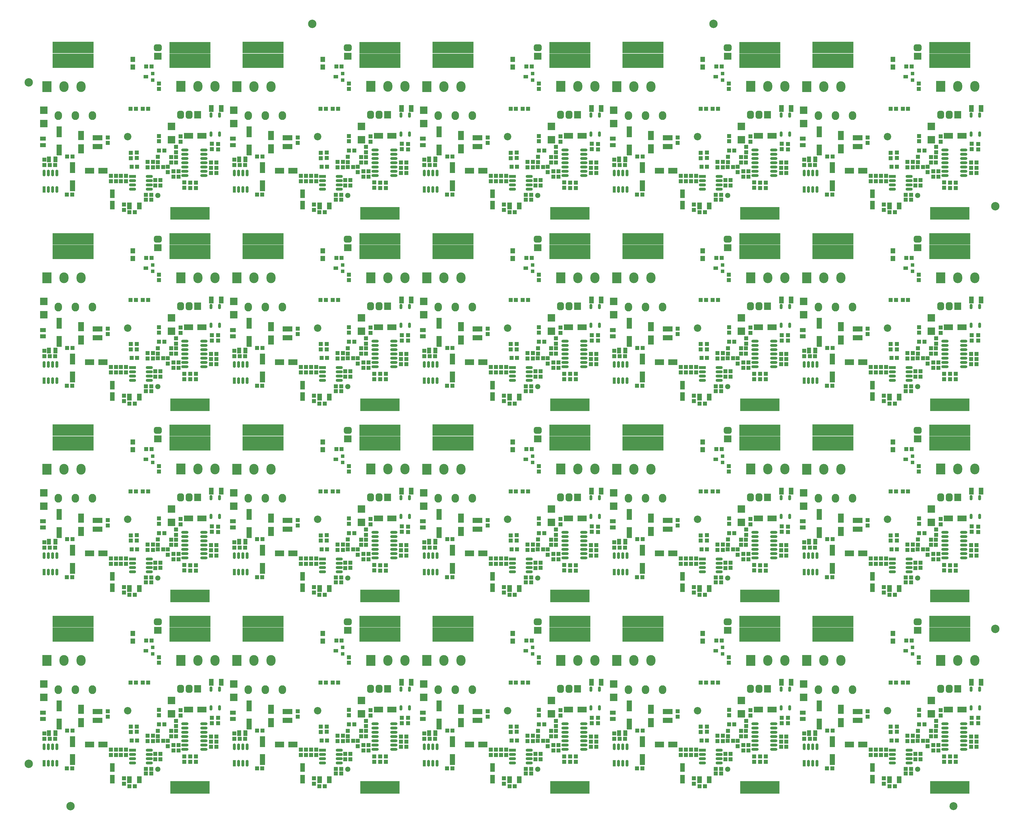
<source format=gts>
G04*
G04 #@! TF.GenerationSoftware,Altium Limited,Altium Designer,22.11.1 (43)*
G04*
G04 Layer_Color=8388736*
%FSTAX26Y26*%
%MOIN*%
G70*
G04*
G04 #@! TF.SameCoordinates,AA770BCE-04E6-4DAC-A3A7-18814E9E4FF3*
G04*
G04*
G04 #@! TF.FilePolarity,Negative*
G04*
G01*
G75*
%ADD78C,0.098425*%
%ADD79C,0.093228*%
%ADD80R,0.058000X0.059181*%
%ADD81O,0.086740X0.031622*%
%ADD82O,0.036346X0.078079*%
%ADD83R,0.036346X0.078079*%
%ADD84R,0.082803X0.036346*%
%ADD85O,0.082803X0.036346*%
%ADD86R,0.047370X0.045402*%
%ADD87R,0.045402X0.047370*%
%ADD88R,0.053276X0.078866*%
%ADD89R,0.065087X0.047370*%
%ADD90R,0.044000X0.044000*%
%ADD91R,0.058000X0.044000*%
%ADD92R,0.047370X0.065087*%
%ADD93R,0.086740X0.086740*%
%ADD94R,0.110362X0.070992*%
%ADD95R,0.055244X0.102488*%
%ADD96R,0.070992X0.110362*%
%ADD97R,0.118236X0.063118*%
%ADD98R,0.063118X0.126110*%
%ADD99C,0.061024*%
G04:AMPARAMS|DCode=100|XSize=59.181mil|YSize=31.622mil|CornerRadius=9.906mil|HoleSize=0mil|Usage=FLASHONLY|Rotation=270.000|XOffset=0mil|YOffset=0mil|HoleType=Round|Shape=RoundedRectangle|*
%AMROUNDEDRECTD100*
21,1,0.059181,0.011811,0,0,270.0*
21,1,0.039370,0.031622,0,0,270.0*
1,1,0.019811,-0.005906,-0.019685*
1,1,0.019811,-0.005906,0.019685*
1,1,0.019811,0.005906,0.019685*
1,1,0.019811,0.005906,-0.019685*
%
%ADD100ROUNDEDRECTD100*%
%ADD101O,0.086740X0.102488*%
%ADD102R,0.106425X0.126110*%
%ADD103O,0.106425X0.126110*%
%ADD104C,0.086740*%
%ADD105R,0.078866X0.090677*%
G04:AMPARAMS|DCode=106|XSize=78.866mil|YSize=90.677mil|CornerRadius=21.716mil|HoleSize=0mil|Usage=FLASHONLY|Rotation=180.000|XOffset=0mil|YOffset=0mil|HoleType=Round|Shape=RoundedRectangle|*
%AMROUNDEDRECTD106*
21,1,0.078866,0.047244,0,0,180.0*
21,1,0.035433,0.090677,0,0,180.0*
1,1,0.043433,-0.017717,0.023622*
1,1,0.043433,0.017717,0.023622*
1,1,0.043433,0.017717,-0.023622*
1,1,0.043433,-0.017717,-0.023622*
%
%ADD106ROUNDEDRECTD106*%
G04:AMPARAMS|DCode=107|XSize=78.866mil|YSize=90.677mil|CornerRadius=21.716mil|HoleSize=0mil|Usage=FLASHONLY|Rotation=90.000|XOffset=0mil|YOffset=0mil|HoleType=Round|Shape=RoundedRectangle|*
%AMROUNDEDRECTD107*
21,1,0.078866,0.047244,0,0,90.0*
21,1,0.035433,0.090677,0,0,90.0*
1,1,0.043433,0.023622,0.017717*
1,1,0.043433,0.023622,-0.017717*
1,1,0.043433,-0.023622,-0.017717*
1,1,0.043433,-0.023622,0.017717*
%
%ADD107ROUNDEDRECTD107*%
%ADD108R,0.090677X0.078866*%
%ADD109R,0.480441X0.133984*%
%ADD110R,0.460756X0.145795*%
%ADD111R,0.480441X0.165480*%
D78*
X03225279Y09077735D02*
D03*
X07930279Y09077735D02*
D03*
X-00098483Y003937D02*
D03*
X00393512Y-00101861D02*
D03*
X11233266Y01977928D02*
D03*
X11233266Y06937928D02*
D03*
X-00099298Y08389491D02*
D03*
D79*
X10743266Y-00101861D02*
D03*
D80*
X01123001Y01924844D02*
D03*
Y01834844D02*
D03*
X03350001Y01924844D02*
D03*
Y01834844D02*
D03*
X05577002Y01924844D02*
D03*
Y01834844D02*
D03*
X07804002Y01924844D02*
D03*
Y01834844D02*
D03*
X10031003Y01924844D02*
D03*
Y01834844D02*
D03*
X01123001Y04169688D02*
D03*
Y04079688D02*
D03*
X03350001Y04169688D02*
D03*
Y04079688D02*
D03*
X05577002Y04169688D02*
D03*
Y04079688D02*
D03*
X07804002Y04169688D02*
D03*
Y04079688D02*
D03*
X10031003Y04169688D02*
D03*
Y04079688D02*
D03*
X01123001Y06414532D02*
D03*
Y06324532D02*
D03*
X03350001Y06414532D02*
D03*
Y06324532D02*
D03*
X05577002Y06414532D02*
D03*
Y06324532D02*
D03*
X07804002Y06414532D02*
D03*
Y06324532D02*
D03*
X10031003Y06414532D02*
D03*
Y06324532D02*
D03*
X01123001Y08659376D02*
D03*
Y08569376D02*
D03*
X03350001Y08659376D02*
D03*
Y08569376D02*
D03*
X05577002Y08659376D02*
D03*
Y08569376D02*
D03*
X07804002Y08659376D02*
D03*
Y08569376D02*
D03*
X10031003Y08659376D02*
D03*
Y08569376D02*
D03*
D81*
X01733764Y00863844D02*
D03*
Y00813844D02*
D03*
Y00763844D02*
D03*
Y00713844D02*
D03*
Y00663844D02*
D03*
Y00613844D02*
D03*
Y00563844D02*
D03*
X01954237D02*
D03*
Y00613844D02*
D03*
Y00663844D02*
D03*
Y00713844D02*
D03*
Y00763844D02*
D03*
Y00813844D02*
D03*
Y00863844D02*
D03*
X03960765D02*
D03*
Y00813844D02*
D03*
Y00763844D02*
D03*
Y00713844D02*
D03*
Y00663844D02*
D03*
Y00613844D02*
D03*
Y00563844D02*
D03*
X04181237D02*
D03*
Y00613844D02*
D03*
Y00663844D02*
D03*
Y00713844D02*
D03*
Y00763844D02*
D03*
Y00813844D02*
D03*
Y00863844D02*
D03*
X06187765D02*
D03*
Y00813844D02*
D03*
Y00763844D02*
D03*
Y00713844D02*
D03*
Y00663844D02*
D03*
Y00613844D02*
D03*
Y00563844D02*
D03*
X06408238D02*
D03*
Y00613844D02*
D03*
Y00663844D02*
D03*
Y00713844D02*
D03*
Y00763844D02*
D03*
Y00813844D02*
D03*
Y00863844D02*
D03*
X08414766D02*
D03*
Y00813844D02*
D03*
Y00763844D02*
D03*
Y00713844D02*
D03*
Y00663844D02*
D03*
Y00613844D02*
D03*
Y00563844D02*
D03*
X08635238D02*
D03*
Y00613844D02*
D03*
Y00663844D02*
D03*
Y00713844D02*
D03*
Y00763844D02*
D03*
Y00813844D02*
D03*
Y00863844D02*
D03*
X10641766D02*
D03*
Y00813844D02*
D03*
Y00763844D02*
D03*
Y00713844D02*
D03*
Y00663844D02*
D03*
Y00613844D02*
D03*
Y00563844D02*
D03*
X10862239D02*
D03*
Y00613844D02*
D03*
Y00663844D02*
D03*
Y00713844D02*
D03*
Y00763844D02*
D03*
Y00813844D02*
D03*
Y00863844D02*
D03*
X01733764Y03108688D02*
D03*
Y03058688D02*
D03*
Y03008688D02*
D03*
Y02958688D02*
D03*
Y02908688D02*
D03*
Y02858688D02*
D03*
Y02808688D02*
D03*
X01954237D02*
D03*
Y02858688D02*
D03*
Y02908688D02*
D03*
Y02958688D02*
D03*
Y03008688D02*
D03*
Y03058688D02*
D03*
Y03108688D02*
D03*
X03960765D02*
D03*
Y03058688D02*
D03*
Y03008688D02*
D03*
Y02958688D02*
D03*
Y02908688D02*
D03*
Y02858688D02*
D03*
Y02808688D02*
D03*
X04181237D02*
D03*
Y02858688D02*
D03*
Y02908688D02*
D03*
Y02958688D02*
D03*
Y03008688D02*
D03*
Y03058688D02*
D03*
Y03108688D02*
D03*
X06187765D02*
D03*
Y03058688D02*
D03*
Y03008688D02*
D03*
Y02958688D02*
D03*
Y02908688D02*
D03*
Y02858688D02*
D03*
Y02808688D02*
D03*
X06408238D02*
D03*
Y02858688D02*
D03*
Y02908688D02*
D03*
Y02958688D02*
D03*
Y03008688D02*
D03*
Y03058688D02*
D03*
Y03108688D02*
D03*
X08414766D02*
D03*
Y03058688D02*
D03*
Y03008688D02*
D03*
Y02958688D02*
D03*
Y02908688D02*
D03*
Y02858688D02*
D03*
Y02808688D02*
D03*
X08635238D02*
D03*
Y02858688D02*
D03*
Y02908688D02*
D03*
Y02958688D02*
D03*
Y03008688D02*
D03*
Y03058688D02*
D03*
Y03108688D02*
D03*
X10641766D02*
D03*
Y03058688D02*
D03*
Y03008688D02*
D03*
Y02958688D02*
D03*
Y02908688D02*
D03*
Y02858688D02*
D03*
Y02808688D02*
D03*
X10862239D02*
D03*
Y02858688D02*
D03*
Y02908688D02*
D03*
Y02958688D02*
D03*
Y03008688D02*
D03*
Y03058688D02*
D03*
Y03108688D02*
D03*
X01733764Y05353532D02*
D03*
Y05303532D02*
D03*
Y05253532D02*
D03*
Y05203532D02*
D03*
Y05153532D02*
D03*
Y05103532D02*
D03*
Y05053532D02*
D03*
X01954237D02*
D03*
Y05103532D02*
D03*
Y05153532D02*
D03*
Y05203532D02*
D03*
Y05253532D02*
D03*
Y05303532D02*
D03*
Y05353532D02*
D03*
X03960765D02*
D03*
Y05303532D02*
D03*
Y05253532D02*
D03*
Y05203532D02*
D03*
Y05153532D02*
D03*
Y05103532D02*
D03*
Y05053532D02*
D03*
X04181237D02*
D03*
Y05103532D02*
D03*
Y05153532D02*
D03*
Y05203532D02*
D03*
Y05253532D02*
D03*
Y05303532D02*
D03*
Y05353532D02*
D03*
X06187765D02*
D03*
Y05303532D02*
D03*
Y05253532D02*
D03*
Y05203532D02*
D03*
Y05153532D02*
D03*
Y05103532D02*
D03*
Y05053532D02*
D03*
X06408238D02*
D03*
Y05103532D02*
D03*
Y05153532D02*
D03*
Y05203532D02*
D03*
Y05253532D02*
D03*
Y05303532D02*
D03*
Y05353532D02*
D03*
X08414766D02*
D03*
Y05303532D02*
D03*
Y05253532D02*
D03*
Y05203532D02*
D03*
Y05153532D02*
D03*
Y05103532D02*
D03*
Y05053532D02*
D03*
X08635238D02*
D03*
Y05103532D02*
D03*
Y05153532D02*
D03*
Y05203532D02*
D03*
Y05253532D02*
D03*
Y05303532D02*
D03*
Y05353532D02*
D03*
X10641766D02*
D03*
Y05303532D02*
D03*
Y05253532D02*
D03*
Y05203532D02*
D03*
Y05153532D02*
D03*
Y05103532D02*
D03*
Y05053532D02*
D03*
X10862239D02*
D03*
Y05103532D02*
D03*
Y05153532D02*
D03*
Y05203532D02*
D03*
Y05253532D02*
D03*
Y05303532D02*
D03*
Y05353532D02*
D03*
X01733764Y07598376D02*
D03*
Y07548376D02*
D03*
Y07498376D02*
D03*
Y07448376D02*
D03*
Y07398376D02*
D03*
Y07348376D02*
D03*
Y07298376D02*
D03*
X01954237D02*
D03*
Y07348376D02*
D03*
Y07398376D02*
D03*
Y07448376D02*
D03*
Y07498376D02*
D03*
Y07548376D02*
D03*
Y07598376D02*
D03*
X03960765D02*
D03*
Y07548376D02*
D03*
Y07498376D02*
D03*
Y07448376D02*
D03*
Y07398376D02*
D03*
Y07348376D02*
D03*
Y07298376D02*
D03*
X04181237D02*
D03*
Y07348376D02*
D03*
Y07398376D02*
D03*
Y07448376D02*
D03*
Y07498376D02*
D03*
Y07548376D02*
D03*
Y07598376D02*
D03*
X06187765D02*
D03*
Y07548376D02*
D03*
Y07498376D02*
D03*
Y07448376D02*
D03*
Y07398376D02*
D03*
Y07348376D02*
D03*
Y07298376D02*
D03*
X06408238D02*
D03*
Y07348376D02*
D03*
Y07398376D02*
D03*
Y07448376D02*
D03*
Y07498376D02*
D03*
Y07548376D02*
D03*
Y07598376D02*
D03*
X08414766D02*
D03*
Y07548376D02*
D03*
Y07498376D02*
D03*
Y07448376D02*
D03*
Y07398376D02*
D03*
Y07348376D02*
D03*
Y07298376D02*
D03*
X08635238D02*
D03*
Y07348376D02*
D03*
Y07398376D02*
D03*
Y07448376D02*
D03*
Y07498376D02*
D03*
Y07548376D02*
D03*
Y07598376D02*
D03*
X10641766D02*
D03*
Y07548376D02*
D03*
Y07498376D02*
D03*
Y07448376D02*
D03*
Y07398376D02*
D03*
Y07348376D02*
D03*
Y07298376D02*
D03*
X10862239D02*
D03*
Y07348376D02*
D03*
Y07398376D02*
D03*
Y07448376D02*
D03*
Y07498376D02*
D03*
Y07548376D02*
D03*
Y07598376D02*
D03*
D82*
X00083827Y00591978D02*
D03*
X00133827D02*
D03*
X00183827D02*
D03*
X00233827D02*
D03*
Y00399978D02*
D03*
X00183827D02*
D03*
X00133827D02*
D03*
X02310828Y00591978D02*
D03*
X02360828D02*
D03*
X02410828D02*
D03*
X02460828D02*
D03*
Y00399978D02*
D03*
X02410828D02*
D03*
X02360828D02*
D03*
X04537828Y00591978D02*
D03*
X04587828D02*
D03*
X04637828D02*
D03*
X04687828D02*
D03*
Y00399978D02*
D03*
X04637828D02*
D03*
X04587828D02*
D03*
X06764829Y00591978D02*
D03*
X06814829D02*
D03*
X06864829D02*
D03*
X06914829D02*
D03*
Y00399978D02*
D03*
X06864829D02*
D03*
X06814829D02*
D03*
X08991829Y00591978D02*
D03*
X09041829D02*
D03*
X09091829D02*
D03*
X09141829D02*
D03*
Y00399978D02*
D03*
X09091829D02*
D03*
X09041829D02*
D03*
X00083827Y02836822D02*
D03*
X00133827D02*
D03*
X00183827D02*
D03*
X00233827D02*
D03*
Y02644822D02*
D03*
X00183827D02*
D03*
X00133827D02*
D03*
X02310828Y02836822D02*
D03*
X02360828D02*
D03*
X02410828D02*
D03*
X02460828D02*
D03*
Y02644822D02*
D03*
X02410828D02*
D03*
X02360828D02*
D03*
X04537828Y02836822D02*
D03*
X04587828D02*
D03*
X04637828D02*
D03*
X04687828D02*
D03*
Y02644822D02*
D03*
X04637828D02*
D03*
X04587828D02*
D03*
X06764829Y02836822D02*
D03*
X06814829D02*
D03*
X06864829D02*
D03*
X06914829D02*
D03*
Y02644822D02*
D03*
X06864829D02*
D03*
X06814829D02*
D03*
X08991829Y02836822D02*
D03*
X09041829D02*
D03*
X09091829D02*
D03*
X09141829D02*
D03*
Y02644822D02*
D03*
X09091829D02*
D03*
X09041829D02*
D03*
X00083827Y05081666D02*
D03*
X00133827D02*
D03*
X00183827D02*
D03*
X00233827D02*
D03*
Y04889666D02*
D03*
X00183827D02*
D03*
X00133827D02*
D03*
X02310828Y05081666D02*
D03*
X02360828D02*
D03*
X02410828D02*
D03*
X02460828D02*
D03*
Y04889666D02*
D03*
X02410828D02*
D03*
X02360828D02*
D03*
X04537828Y05081666D02*
D03*
X04587828D02*
D03*
X04637828D02*
D03*
X04687828D02*
D03*
Y04889666D02*
D03*
X04637828D02*
D03*
X04587828D02*
D03*
X06764829Y05081666D02*
D03*
X06814829D02*
D03*
X06864829D02*
D03*
X06914829D02*
D03*
Y04889666D02*
D03*
X06864829D02*
D03*
X06814829D02*
D03*
X08991829Y05081666D02*
D03*
X09041829D02*
D03*
X09091829D02*
D03*
X09141829D02*
D03*
Y04889666D02*
D03*
X09091829D02*
D03*
X09041829D02*
D03*
X00083827Y0732651D02*
D03*
X00133827D02*
D03*
X00183827D02*
D03*
X00233827D02*
D03*
Y0713451D02*
D03*
X00183827D02*
D03*
X00133827D02*
D03*
X02310828Y0732651D02*
D03*
X02360828D02*
D03*
X02410828D02*
D03*
X02460828D02*
D03*
Y0713451D02*
D03*
X02410828D02*
D03*
X02360828D02*
D03*
X04537828Y0732651D02*
D03*
X04587828D02*
D03*
X04637828D02*
D03*
X04687828D02*
D03*
Y0713451D02*
D03*
X04637828D02*
D03*
X04587828D02*
D03*
X06764829Y0732651D02*
D03*
X06814829D02*
D03*
X06864829D02*
D03*
X06914829D02*
D03*
Y0713451D02*
D03*
X06864829D02*
D03*
X06814829D02*
D03*
X08991829Y0732651D02*
D03*
X09041829D02*
D03*
X09091829D02*
D03*
X09141829D02*
D03*
Y0713451D02*
D03*
X09091829D02*
D03*
X09041829D02*
D03*
D83*
X00083827Y00399978D02*
D03*
X02310828D02*
D03*
X04537828D02*
D03*
X06764829D02*
D03*
X08991829D02*
D03*
X00083827Y02644822D02*
D03*
X02310828D02*
D03*
X04537828D02*
D03*
X06764829D02*
D03*
X08991829D02*
D03*
X00083827Y04889666D02*
D03*
X02310828D02*
D03*
X04537828D02*
D03*
X06764829D02*
D03*
X08991829D02*
D03*
X00083827Y0713451D02*
D03*
X02310828D02*
D03*
X04537828D02*
D03*
X06764829D02*
D03*
X08991829D02*
D03*
D84*
X01117575Y00552844D02*
D03*
X03344576D02*
D03*
X05571576D02*
D03*
X07798577D02*
D03*
X10025577D02*
D03*
X01117575Y02797688D02*
D03*
X03344576D02*
D03*
X05571576D02*
D03*
X07798577D02*
D03*
X10025577D02*
D03*
X01117575Y05042532D02*
D03*
X03344576D02*
D03*
X05571576D02*
D03*
X07798577D02*
D03*
X10025577D02*
D03*
X01117575Y07287376D02*
D03*
X03344576D02*
D03*
X05571576D02*
D03*
X07798577D02*
D03*
X10025577D02*
D03*
D85*
X01117575Y00502844D02*
D03*
Y00452844D02*
D03*
Y00402844D02*
D03*
X01314426D02*
D03*
Y00452844D02*
D03*
Y00502844D02*
D03*
Y00552844D02*
D03*
X03344576Y00502844D02*
D03*
Y00452844D02*
D03*
Y00402844D02*
D03*
X03541426D02*
D03*
Y00452844D02*
D03*
Y00502844D02*
D03*
Y00552844D02*
D03*
X05571576Y00502844D02*
D03*
Y00452844D02*
D03*
Y00402844D02*
D03*
X05768427D02*
D03*
Y00452844D02*
D03*
Y00502844D02*
D03*
Y00552844D02*
D03*
X07798577Y00502844D02*
D03*
Y00452844D02*
D03*
Y00402844D02*
D03*
X07995427D02*
D03*
Y00452844D02*
D03*
Y00502844D02*
D03*
Y00552844D02*
D03*
X10025577Y00502844D02*
D03*
Y00452844D02*
D03*
Y00402844D02*
D03*
X10222428D02*
D03*
Y00452844D02*
D03*
Y00502844D02*
D03*
Y00552844D02*
D03*
X01117575Y02747688D02*
D03*
Y02697688D02*
D03*
Y02647688D02*
D03*
X01314426D02*
D03*
Y02697688D02*
D03*
Y02747688D02*
D03*
Y02797688D02*
D03*
X03344576Y02747688D02*
D03*
Y02697688D02*
D03*
Y02647688D02*
D03*
X03541426D02*
D03*
Y02697688D02*
D03*
Y02747688D02*
D03*
Y02797688D02*
D03*
X05571576Y02747688D02*
D03*
Y02697688D02*
D03*
Y02647688D02*
D03*
X05768427D02*
D03*
Y02697688D02*
D03*
Y02747688D02*
D03*
Y02797688D02*
D03*
X07798577Y02747688D02*
D03*
Y02697688D02*
D03*
Y02647688D02*
D03*
X07995427D02*
D03*
Y02697688D02*
D03*
Y02747688D02*
D03*
Y02797688D02*
D03*
X10025577Y02747688D02*
D03*
Y02697688D02*
D03*
Y02647688D02*
D03*
X10222428D02*
D03*
Y02697688D02*
D03*
Y02747688D02*
D03*
Y02797688D02*
D03*
X01117575Y04992532D02*
D03*
Y04942532D02*
D03*
Y04892532D02*
D03*
X01314426D02*
D03*
Y04942532D02*
D03*
Y04992532D02*
D03*
Y05042532D02*
D03*
X03344576Y04992532D02*
D03*
Y04942532D02*
D03*
Y04892532D02*
D03*
X03541426D02*
D03*
Y04942532D02*
D03*
Y04992532D02*
D03*
Y05042532D02*
D03*
X05571576Y04992532D02*
D03*
Y04942532D02*
D03*
Y04892532D02*
D03*
X05768427D02*
D03*
Y04942532D02*
D03*
Y04992532D02*
D03*
Y05042532D02*
D03*
X07798577Y04992532D02*
D03*
Y04942532D02*
D03*
Y04892532D02*
D03*
X07995427D02*
D03*
Y04942532D02*
D03*
Y04992532D02*
D03*
Y05042532D02*
D03*
X10025577Y04992532D02*
D03*
Y04942532D02*
D03*
Y04892532D02*
D03*
X10222428D02*
D03*
Y04942532D02*
D03*
Y04992532D02*
D03*
Y05042532D02*
D03*
X01117575Y07237376D02*
D03*
Y07187376D02*
D03*
Y07137376D02*
D03*
X01314426D02*
D03*
Y07187376D02*
D03*
Y07237376D02*
D03*
Y07287376D02*
D03*
X03344576Y07237376D02*
D03*
Y07187376D02*
D03*
Y07137376D02*
D03*
X03541426D02*
D03*
Y07187376D02*
D03*
Y07237376D02*
D03*
Y07287376D02*
D03*
X05571576Y07237376D02*
D03*
Y07187376D02*
D03*
Y07137376D02*
D03*
X05768427D02*
D03*
Y07187376D02*
D03*
Y07237376D02*
D03*
Y07287376D02*
D03*
X07798577Y07237376D02*
D03*
Y07187376D02*
D03*
Y07137376D02*
D03*
X07995427D02*
D03*
Y07187376D02*
D03*
Y07237376D02*
D03*
Y07287376D02*
D03*
X10025577Y07237376D02*
D03*
Y07187376D02*
D03*
Y07137376D02*
D03*
X10222428D02*
D03*
Y07187376D02*
D03*
Y07237376D02*
D03*
Y07287376D02*
D03*
D86*
X01683001Y0102334D02*
D03*
Y00960348D02*
D03*
X01430001Y00964348D02*
D03*
Y0102734D02*
D03*
X01725001Y00480844D02*
D03*
Y00417852D02*
D03*
X02123001Y00870348D02*
D03*
Y0093334D02*
D03*
X01630001Y0089834D02*
D03*
Y00835348D02*
D03*
X01659001Y0061234D02*
D03*
Y00549348D02*
D03*
X01599001Y0061234D02*
D03*
Y00549348D02*
D03*
X01531001Y0066434D02*
D03*
Y00601348D02*
D03*
X01417001Y0078134D02*
D03*
Y00718348D02*
D03*
X01170001Y00768852D02*
D03*
Y00831844D02*
D03*
X01429001Y0164234D02*
D03*
Y01579348D02*
D03*
X01019Y0022334D02*
D03*
Y00160348D02*
D03*
X02049001Y0093434D02*
D03*
Y00871348D02*
D03*
X01387001Y0050934D02*
D03*
Y00446348D02*
D03*
X01043999Y00496353D02*
D03*
Y00559345D02*
D03*
X00926Y0055934D02*
D03*
Y00496348D02*
D03*
X01098001Y00767348D02*
D03*
Y0083034D02*
D03*
X01861001Y0047934D02*
D03*
Y00416348D02*
D03*
X01796001Y0047934D02*
D03*
Y00416348D02*
D03*
X01572001Y0078034D02*
D03*
Y00717348D02*
D03*
X01629001Y0078034D02*
D03*
Y00717348D02*
D03*
X00866Y00496348D02*
D03*
Y0055934D02*
D03*
X01447001Y0051034D02*
D03*
Y00447348D02*
D03*
X00984Y0055934D02*
D03*
Y00496348D02*
D03*
X01296001Y00660348D02*
D03*
Y0072334D02*
D03*
X01359001Y00660348D02*
D03*
Y0072334D02*
D03*
X00829Y0100934D02*
D03*
Y00946348D02*
D03*
X00084369Y00686507D02*
D03*
Y00749499D02*
D03*
X03910001Y0102334D02*
D03*
Y00960348D02*
D03*
X03657001Y00964348D02*
D03*
Y0102734D02*
D03*
X03952001Y00480844D02*
D03*
Y00417852D02*
D03*
X04350001Y00870348D02*
D03*
Y0093334D02*
D03*
X03857001Y0089834D02*
D03*
Y00835348D02*
D03*
X03886001Y0061234D02*
D03*
Y00549348D02*
D03*
X03826001Y0061234D02*
D03*
Y00549348D02*
D03*
X03758001Y0066434D02*
D03*
Y00601348D02*
D03*
X03644001Y0078134D02*
D03*
Y00718348D02*
D03*
X03397001Y00768852D02*
D03*
Y00831844D02*
D03*
X03656001Y0164234D02*
D03*
Y01579348D02*
D03*
X03246001Y0022334D02*
D03*
Y00160348D02*
D03*
X04276001Y0093434D02*
D03*
Y00871348D02*
D03*
X03614001Y0050934D02*
D03*
Y00446348D02*
D03*
X03270999Y00496353D02*
D03*
Y00559345D02*
D03*
X03153001Y0055934D02*
D03*
Y00496348D02*
D03*
X03325001Y00767348D02*
D03*
Y0083034D02*
D03*
X04088001Y0047934D02*
D03*
Y00416348D02*
D03*
X04023001Y0047934D02*
D03*
Y00416348D02*
D03*
X03799001Y0078034D02*
D03*
Y00717348D02*
D03*
X03856001Y0078034D02*
D03*
Y00717348D02*
D03*
X03093001Y00496348D02*
D03*
Y0055934D02*
D03*
X03674001Y0051034D02*
D03*
Y00447348D02*
D03*
X03211001Y0055934D02*
D03*
Y00496348D02*
D03*
X03523001Y00660348D02*
D03*
Y0072334D02*
D03*
X03586001Y00660348D02*
D03*
Y0072334D02*
D03*
X03056001Y0100934D02*
D03*
Y00946348D02*
D03*
X0231137Y00686507D02*
D03*
Y00749499D02*
D03*
X06137002Y0102334D02*
D03*
Y00960348D02*
D03*
X05884002Y00964348D02*
D03*
Y0102734D02*
D03*
X06179002Y00480844D02*
D03*
Y00417852D02*
D03*
X06577002Y00870348D02*
D03*
Y0093334D02*
D03*
X06084002Y0089834D02*
D03*
Y00835348D02*
D03*
X06113002Y0061234D02*
D03*
Y00549348D02*
D03*
X06053002Y0061234D02*
D03*
Y00549348D02*
D03*
X05985002Y0066434D02*
D03*
Y00601348D02*
D03*
X05871002Y0078134D02*
D03*
Y00718348D02*
D03*
X05624002Y00768852D02*
D03*
Y00831844D02*
D03*
X05883002Y0164234D02*
D03*
Y01579348D02*
D03*
X05473002Y0022334D02*
D03*
Y00160348D02*
D03*
X06503002Y0093434D02*
D03*
Y00871348D02*
D03*
X05841002Y0050934D02*
D03*
Y00446348D02*
D03*
X05498Y00496353D02*
D03*
Y00559345D02*
D03*
X05380002Y0055934D02*
D03*
Y00496348D02*
D03*
X05552002Y00767348D02*
D03*
Y0083034D02*
D03*
X06315002Y0047934D02*
D03*
Y00416348D02*
D03*
X06250002Y0047934D02*
D03*
Y00416348D02*
D03*
X06026002Y0078034D02*
D03*
Y00717348D02*
D03*
X06083002Y0078034D02*
D03*
Y00717348D02*
D03*
X05320002Y00496348D02*
D03*
Y0055934D02*
D03*
X05901002Y0051034D02*
D03*
Y00447348D02*
D03*
X05438002Y0055934D02*
D03*
Y00496348D02*
D03*
X05750002Y00660348D02*
D03*
Y0072334D02*
D03*
X05813002Y00660348D02*
D03*
Y0072334D02*
D03*
X05283002Y0100934D02*
D03*
Y00946348D02*
D03*
X0453837Y00686507D02*
D03*
Y00749499D02*
D03*
X08364002Y0102334D02*
D03*
Y00960348D02*
D03*
X08111002Y00964348D02*
D03*
Y0102734D02*
D03*
X08406002Y00480844D02*
D03*
Y00417852D02*
D03*
X08804002Y00870348D02*
D03*
Y0093334D02*
D03*
X08311002Y0089834D02*
D03*
Y00835348D02*
D03*
X08340002Y0061234D02*
D03*
Y00549348D02*
D03*
X08280002Y0061234D02*
D03*
Y00549348D02*
D03*
X08212002Y0066434D02*
D03*
Y00601348D02*
D03*
X08098002Y0078134D02*
D03*
Y00718348D02*
D03*
X07851002Y00768852D02*
D03*
Y00831844D02*
D03*
X08110002Y0164234D02*
D03*
Y01579348D02*
D03*
X07700002Y0022334D02*
D03*
Y00160348D02*
D03*
X08730002Y0093434D02*
D03*
Y00871348D02*
D03*
X08068002Y0050934D02*
D03*
Y00446348D02*
D03*
X07725Y00496353D02*
D03*
Y00559345D02*
D03*
X07607002Y0055934D02*
D03*
Y00496348D02*
D03*
X07779002Y00767348D02*
D03*
Y0083034D02*
D03*
X08542002Y0047934D02*
D03*
Y00416348D02*
D03*
X08477002Y0047934D02*
D03*
Y00416348D02*
D03*
X08253002Y0078034D02*
D03*
Y00717348D02*
D03*
X08310002Y0078034D02*
D03*
Y00717348D02*
D03*
X07547002Y00496348D02*
D03*
Y0055934D02*
D03*
X08128002Y0051034D02*
D03*
Y00447348D02*
D03*
X07665002Y0055934D02*
D03*
Y00496348D02*
D03*
X07977002Y00660348D02*
D03*
Y0072334D02*
D03*
X08040002Y00660348D02*
D03*
Y0072334D02*
D03*
X07510002Y0100934D02*
D03*
Y00946348D02*
D03*
X06765371Y00686507D02*
D03*
Y00749499D02*
D03*
X10591003Y0102334D02*
D03*
Y00960348D02*
D03*
X10338003Y00964348D02*
D03*
Y0102734D02*
D03*
X10633003Y00480844D02*
D03*
Y00417852D02*
D03*
X11031003Y00870348D02*
D03*
Y0093334D02*
D03*
X10538003Y0089834D02*
D03*
Y00835348D02*
D03*
X10567003Y0061234D02*
D03*
Y00549348D02*
D03*
X10507003Y0061234D02*
D03*
Y00549348D02*
D03*
X10439003Y0066434D02*
D03*
Y00601348D02*
D03*
X10325003Y0078134D02*
D03*
Y00718348D02*
D03*
X10078003Y00768852D02*
D03*
Y00831844D02*
D03*
X10337003Y0164234D02*
D03*
Y01579348D02*
D03*
X09927003Y0022334D02*
D03*
Y00160348D02*
D03*
X10957003Y0093434D02*
D03*
Y00871348D02*
D03*
X10295003Y0050934D02*
D03*
Y00446348D02*
D03*
X09952001Y00496353D02*
D03*
Y00559345D02*
D03*
X09834003Y0055934D02*
D03*
Y00496348D02*
D03*
X10006003Y00767348D02*
D03*
Y0083034D02*
D03*
X10769003Y0047934D02*
D03*
Y00416348D02*
D03*
X10704003Y0047934D02*
D03*
Y00416348D02*
D03*
X10480003Y0078034D02*
D03*
Y00717348D02*
D03*
X10537003Y0078034D02*
D03*
Y00717348D02*
D03*
X09774003Y00496348D02*
D03*
Y0055934D02*
D03*
X10355003Y0051034D02*
D03*
Y00447348D02*
D03*
X09892003Y0055934D02*
D03*
Y00496348D02*
D03*
X10204003Y00660348D02*
D03*
Y0072334D02*
D03*
X10267003Y00660348D02*
D03*
Y0072334D02*
D03*
X09737003Y0100934D02*
D03*
Y00946348D02*
D03*
X08992371Y00686507D02*
D03*
Y00749499D02*
D03*
X01683001Y03268184D02*
D03*
Y03205192D02*
D03*
X01430001Y03209192D02*
D03*
Y03272184D02*
D03*
X01725001Y02725688D02*
D03*
Y02662696D02*
D03*
X02123001Y03115192D02*
D03*
Y03178184D02*
D03*
X01630001Y03143184D02*
D03*
Y03080192D02*
D03*
X01659001Y02857184D02*
D03*
Y02794192D02*
D03*
X01599001Y02857184D02*
D03*
Y02794192D02*
D03*
X01531001Y02909184D02*
D03*
Y02846192D02*
D03*
X01417001Y03026184D02*
D03*
Y02963192D02*
D03*
X01170001Y03013696D02*
D03*
Y03076688D02*
D03*
X01429001Y03887184D02*
D03*
Y03824192D02*
D03*
X01019Y02468184D02*
D03*
Y02405192D02*
D03*
X02049001Y03179184D02*
D03*
Y03116192D02*
D03*
X01387001Y02754184D02*
D03*
Y02691192D02*
D03*
X01043999Y02741196D02*
D03*
Y02804189D02*
D03*
X00926Y02804184D02*
D03*
Y02741192D02*
D03*
X01098001Y03012192D02*
D03*
Y03075184D02*
D03*
X01861001Y02724184D02*
D03*
Y02661192D02*
D03*
X01796001Y02724184D02*
D03*
Y02661192D02*
D03*
X01572001Y03025184D02*
D03*
Y02962192D02*
D03*
X01629001Y03025184D02*
D03*
Y02962192D02*
D03*
X00866Y02741192D02*
D03*
Y02804184D02*
D03*
X01447001Y02755184D02*
D03*
Y02692192D02*
D03*
X00984Y02804184D02*
D03*
Y02741192D02*
D03*
X01296001Y02905192D02*
D03*
Y02968184D02*
D03*
X01359001Y02905192D02*
D03*
Y02968184D02*
D03*
X00829Y03254184D02*
D03*
Y03191192D02*
D03*
X00084369Y02931351D02*
D03*
Y02994343D02*
D03*
X03910001Y03268184D02*
D03*
Y03205192D02*
D03*
X03657001Y03209192D02*
D03*
Y03272184D02*
D03*
X03952001Y02725688D02*
D03*
Y02662696D02*
D03*
X04350001Y03115192D02*
D03*
Y03178184D02*
D03*
X03857001Y03143184D02*
D03*
Y03080192D02*
D03*
X03886001Y02857184D02*
D03*
Y02794192D02*
D03*
X03826001Y02857184D02*
D03*
Y02794192D02*
D03*
X03758001Y02909184D02*
D03*
Y02846192D02*
D03*
X03644001Y03026184D02*
D03*
Y02963192D02*
D03*
X03397001Y03013696D02*
D03*
Y03076688D02*
D03*
X03656001Y03887184D02*
D03*
Y03824192D02*
D03*
X03246001Y02468184D02*
D03*
Y02405192D02*
D03*
X04276001Y03179184D02*
D03*
Y03116192D02*
D03*
X03614001Y02754184D02*
D03*
Y02691192D02*
D03*
X03270999Y02741196D02*
D03*
Y02804189D02*
D03*
X03153001Y02804184D02*
D03*
Y02741192D02*
D03*
X03325001Y03012192D02*
D03*
Y03075184D02*
D03*
X04088001Y02724184D02*
D03*
Y02661192D02*
D03*
X04023001Y02724184D02*
D03*
Y02661192D02*
D03*
X03799001Y03025184D02*
D03*
Y02962192D02*
D03*
X03856001Y03025184D02*
D03*
Y02962192D02*
D03*
X03093001Y02741192D02*
D03*
Y02804184D02*
D03*
X03674001Y02755184D02*
D03*
Y02692192D02*
D03*
X03211001Y02804184D02*
D03*
Y02741192D02*
D03*
X03523001Y02905192D02*
D03*
Y02968184D02*
D03*
X03586001Y02905192D02*
D03*
Y02968184D02*
D03*
X03056001Y03254184D02*
D03*
Y03191192D02*
D03*
X0231137Y02931351D02*
D03*
Y02994343D02*
D03*
X06137002Y03268184D02*
D03*
Y03205192D02*
D03*
X05884002Y03209192D02*
D03*
Y03272184D02*
D03*
X06179002Y02725688D02*
D03*
Y02662696D02*
D03*
X06577002Y03115192D02*
D03*
Y03178184D02*
D03*
X06084002Y03143184D02*
D03*
Y03080192D02*
D03*
X06113002Y02857184D02*
D03*
Y02794192D02*
D03*
X06053002Y02857184D02*
D03*
Y02794192D02*
D03*
X05985002Y02909184D02*
D03*
Y02846192D02*
D03*
X05871002Y03026184D02*
D03*
Y02963192D02*
D03*
X05624002Y03013696D02*
D03*
Y03076688D02*
D03*
X05883002Y03887184D02*
D03*
Y03824192D02*
D03*
X05473002Y02468184D02*
D03*
Y02405192D02*
D03*
X06503002Y03179184D02*
D03*
Y03116192D02*
D03*
X05841002Y02754184D02*
D03*
Y02691192D02*
D03*
X05498Y02741196D02*
D03*
Y02804189D02*
D03*
X05380002Y02804184D02*
D03*
Y02741192D02*
D03*
X05552002Y03012192D02*
D03*
Y03075184D02*
D03*
X06315002Y02724184D02*
D03*
Y02661192D02*
D03*
X06250002Y02724184D02*
D03*
Y02661192D02*
D03*
X06026002Y03025184D02*
D03*
Y02962192D02*
D03*
X06083002Y03025184D02*
D03*
Y02962192D02*
D03*
X05320002Y02741192D02*
D03*
Y02804184D02*
D03*
X05901002Y02755184D02*
D03*
Y02692192D02*
D03*
X05438002Y02804184D02*
D03*
Y02741192D02*
D03*
X05750002Y02905192D02*
D03*
Y02968184D02*
D03*
X05813002Y02905192D02*
D03*
Y02968184D02*
D03*
X05283002Y03254184D02*
D03*
Y03191192D02*
D03*
X0453837Y02931351D02*
D03*
Y02994343D02*
D03*
X08364002Y03268184D02*
D03*
Y03205192D02*
D03*
X08111002Y03209192D02*
D03*
Y03272184D02*
D03*
X08406002Y02725688D02*
D03*
Y02662696D02*
D03*
X08804002Y03115192D02*
D03*
Y03178184D02*
D03*
X08311002Y03143184D02*
D03*
Y03080192D02*
D03*
X08340002Y02857184D02*
D03*
Y02794192D02*
D03*
X08280002Y02857184D02*
D03*
Y02794192D02*
D03*
X08212002Y02909184D02*
D03*
Y02846192D02*
D03*
X08098002Y03026184D02*
D03*
Y02963192D02*
D03*
X07851002Y03013696D02*
D03*
Y03076688D02*
D03*
X08110002Y03887184D02*
D03*
Y03824192D02*
D03*
X07700002Y02468184D02*
D03*
Y02405192D02*
D03*
X08730002Y03179184D02*
D03*
Y03116192D02*
D03*
X08068002Y02754184D02*
D03*
Y02691192D02*
D03*
X07725Y02741196D02*
D03*
Y02804189D02*
D03*
X07607002Y02804184D02*
D03*
Y02741192D02*
D03*
X07779002Y03012192D02*
D03*
Y03075184D02*
D03*
X08542002Y02724184D02*
D03*
Y02661192D02*
D03*
X08477002Y02724184D02*
D03*
Y02661192D02*
D03*
X08253002Y03025184D02*
D03*
Y02962192D02*
D03*
X08310002Y03025184D02*
D03*
Y02962192D02*
D03*
X07547002Y02741192D02*
D03*
Y02804184D02*
D03*
X08128002Y02755184D02*
D03*
Y02692192D02*
D03*
X07665002Y02804184D02*
D03*
Y02741192D02*
D03*
X07977002Y02905192D02*
D03*
Y02968184D02*
D03*
X08040002Y02905192D02*
D03*
Y02968184D02*
D03*
X07510002Y03254184D02*
D03*
Y03191192D02*
D03*
X06765371Y02931351D02*
D03*
Y02994343D02*
D03*
X10591003Y03268184D02*
D03*
Y03205192D02*
D03*
X10338003Y03209192D02*
D03*
Y03272184D02*
D03*
X10633003Y02725688D02*
D03*
Y02662696D02*
D03*
X11031003Y03115192D02*
D03*
Y03178184D02*
D03*
X10538003Y03143184D02*
D03*
Y03080192D02*
D03*
X10567003Y02857184D02*
D03*
Y02794192D02*
D03*
X10507003Y02857184D02*
D03*
Y02794192D02*
D03*
X10439003Y02909184D02*
D03*
Y02846192D02*
D03*
X10325003Y03026184D02*
D03*
Y02963192D02*
D03*
X10078003Y03013696D02*
D03*
Y03076688D02*
D03*
X10337003Y03887184D02*
D03*
Y03824192D02*
D03*
X09927003Y02468184D02*
D03*
Y02405192D02*
D03*
X10957003Y03179184D02*
D03*
Y03116192D02*
D03*
X10295003Y02754184D02*
D03*
Y02691192D02*
D03*
X09952001Y02741196D02*
D03*
Y02804189D02*
D03*
X09834003Y02804184D02*
D03*
Y02741192D02*
D03*
X10006003Y03012192D02*
D03*
Y03075184D02*
D03*
X10769003Y02724184D02*
D03*
Y02661192D02*
D03*
X10704003Y02724184D02*
D03*
Y02661192D02*
D03*
X10480003Y03025184D02*
D03*
Y02962192D02*
D03*
X10537003Y03025184D02*
D03*
Y02962192D02*
D03*
X09774003Y02741192D02*
D03*
Y02804184D02*
D03*
X10355003Y02755184D02*
D03*
Y02692192D02*
D03*
X09892003Y02804184D02*
D03*
Y02741192D02*
D03*
X10204003Y02905192D02*
D03*
Y02968184D02*
D03*
X10267003Y02905192D02*
D03*
Y02968184D02*
D03*
X09737003Y03254184D02*
D03*
Y03191192D02*
D03*
X08992371Y02931351D02*
D03*
Y02994343D02*
D03*
X01683001Y05513028D02*
D03*
Y05450036D02*
D03*
X01430001Y05454036D02*
D03*
Y05517028D02*
D03*
X01725001Y04970532D02*
D03*
Y04907539D02*
D03*
X02123001Y05360036D02*
D03*
Y05423028D02*
D03*
X01630001Y05388028D02*
D03*
Y05325036D02*
D03*
X01659001Y05102028D02*
D03*
Y05039036D02*
D03*
X01599001Y05102028D02*
D03*
Y05039036D02*
D03*
X01531001Y05154028D02*
D03*
Y05091036D02*
D03*
X01417001Y05271028D02*
D03*
Y05208036D02*
D03*
X01170001Y05258539D02*
D03*
Y05321532D02*
D03*
X01429001Y06132028D02*
D03*
Y06069036D02*
D03*
X01019Y04713028D02*
D03*
Y04650036D02*
D03*
X02049001Y05424028D02*
D03*
Y05361036D02*
D03*
X01387001Y04999028D02*
D03*
Y04936036D02*
D03*
X01043999Y0498604D02*
D03*
Y05049033D02*
D03*
X00926Y05049028D02*
D03*
Y04986035D02*
D03*
X01098001Y05257036D02*
D03*
Y05320028D02*
D03*
X01861001Y04969028D02*
D03*
Y04906036D02*
D03*
X01796001Y04969028D02*
D03*
Y04906036D02*
D03*
X01572001Y05270028D02*
D03*
Y05207036D02*
D03*
X01629001Y05270028D02*
D03*
Y05207036D02*
D03*
X00866Y04986036D02*
D03*
Y05049028D02*
D03*
X01447001Y05000028D02*
D03*
Y04937035D02*
D03*
X00984Y05049028D02*
D03*
Y04986035D02*
D03*
X01296001Y05150035D02*
D03*
Y05213028D02*
D03*
X01359001Y05150035D02*
D03*
Y05213028D02*
D03*
X00829Y05499028D02*
D03*
Y05436036D02*
D03*
X00084369Y05176194D02*
D03*
Y05239187D02*
D03*
X03910001Y05513028D02*
D03*
Y05450036D02*
D03*
X03657001Y05454036D02*
D03*
Y05517028D02*
D03*
X03952001Y04970532D02*
D03*
Y04907539D02*
D03*
X04350001Y05360036D02*
D03*
Y05423028D02*
D03*
X03857001Y05388028D02*
D03*
Y05325036D02*
D03*
X03886001Y05102028D02*
D03*
Y05039036D02*
D03*
X03826001Y05102028D02*
D03*
Y05039036D02*
D03*
X03758001Y05154028D02*
D03*
Y05091036D02*
D03*
X03644001Y05271028D02*
D03*
Y05208036D02*
D03*
X03397001Y05258539D02*
D03*
Y05321532D02*
D03*
X03656001Y06132028D02*
D03*
Y06069036D02*
D03*
X03246001Y04713028D02*
D03*
Y04650036D02*
D03*
X04276001Y05424028D02*
D03*
Y05361036D02*
D03*
X03614001Y04999028D02*
D03*
Y04936036D02*
D03*
X03270999Y0498604D02*
D03*
Y05049033D02*
D03*
X03153001Y05049028D02*
D03*
Y04986035D02*
D03*
X03325001Y05257036D02*
D03*
Y05320028D02*
D03*
X04088001Y04969028D02*
D03*
Y04906036D02*
D03*
X04023001Y04969028D02*
D03*
Y04906036D02*
D03*
X03799001Y05270028D02*
D03*
Y05207036D02*
D03*
X03856001Y05270028D02*
D03*
Y05207036D02*
D03*
X03093001Y04986036D02*
D03*
Y05049028D02*
D03*
X03674001Y05000028D02*
D03*
Y04937035D02*
D03*
X03211001Y05049028D02*
D03*
Y04986035D02*
D03*
X03523001Y05150035D02*
D03*
Y05213028D02*
D03*
X03586001Y05150035D02*
D03*
Y05213028D02*
D03*
X03056001Y05499028D02*
D03*
Y05436036D02*
D03*
X0231137Y05176194D02*
D03*
Y05239187D02*
D03*
X06137002Y05513028D02*
D03*
Y05450036D02*
D03*
X05884002Y05454036D02*
D03*
Y05517028D02*
D03*
X06179002Y04970532D02*
D03*
Y04907539D02*
D03*
X06577002Y05360036D02*
D03*
Y05423028D02*
D03*
X06084002Y05388028D02*
D03*
Y05325036D02*
D03*
X06113002Y05102028D02*
D03*
Y05039036D02*
D03*
X06053002Y05102028D02*
D03*
Y05039036D02*
D03*
X05985002Y05154028D02*
D03*
Y05091036D02*
D03*
X05871002Y05271028D02*
D03*
Y05208036D02*
D03*
X05624002Y05258539D02*
D03*
Y05321532D02*
D03*
X05883002Y06132028D02*
D03*
Y06069036D02*
D03*
X05473002Y04713028D02*
D03*
Y04650036D02*
D03*
X06503002Y05424028D02*
D03*
Y05361036D02*
D03*
X05841002Y04999028D02*
D03*
Y04936036D02*
D03*
X05498Y0498604D02*
D03*
Y05049033D02*
D03*
X05380002Y05049028D02*
D03*
Y04986035D02*
D03*
X05552002Y05257036D02*
D03*
Y05320028D02*
D03*
X06315002Y04969028D02*
D03*
Y04906036D02*
D03*
X06250002Y04969028D02*
D03*
Y04906036D02*
D03*
X06026002Y05270028D02*
D03*
Y05207036D02*
D03*
X06083002Y05270028D02*
D03*
Y05207036D02*
D03*
X05320002Y04986036D02*
D03*
Y05049028D02*
D03*
X05901002Y05000028D02*
D03*
Y04937035D02*
D03*
X05438002Y05049028D02*
D03*
Y04986035D02*
D03*
X05750002Y05150035D02*
D03*
Y05213028D02*
D03*
X05813002Y05150035D02*
D03*
Y05213028D02*
D03*
X05283002Y05499028D02*
D03*
Y05436036D02*
D03*
X0453837Y05176194D02*
D03*
Y05239187D02*
D03*
X08364002Y05513028D02*
D03*
Y05450036D02*
D03*
X08111002Y05454036D02*
D03*
Y05517028D02*
D03*
X08406002Y04970532D02*
D03*
Y04907539D02*
D03*
X08804002Y05360036D02*
D03*
Y05423028D02*
D03*
X08311002Y05388028D02*
D03*
Y05325036D02*
D03*
X08340002Y05102028D02*
D03*
Y05039036D02*
D03*
X08280002Y05102028D02*
D03*
Y05039036D02*
D03*
X08212002Y05154028D02*
D03*
Y05091036D02*
D03*
X08098002Y05271028D02*
D03*
Y05208036D02*
D03*
X07851002Y05258539D02*
D03*
Y05321532D02*
D03*
X08110002Y06132028D02*
D03*
Y06069036D02*
D03*
X07700002Y04713028D02*
D03*
Y04650036D02*
D03*
X08730002Y05424028D02*
D03*
Y05361036D02*
D03*
X08068002Y04999028D02*
D03*
Y04936036D02*
D03*
X07725Y0498604D02*
D03*
Y05049033D02*
D03*
X07607002Y05049028D02*
D03*
Y04986035D02*
D03*
X07779002Y05257036D02*
D03*
Y05320028D02*
D03*
X08542002Y04969028D02*
D03*
Y04906036D02*
D03*
X08477002Y04969028D02*
D03*
Y04906036D02*
D03*
X08253002Y05270028D02*
D03*
Y05207036D02*
D03*
X08310002Y05270028D02*
D03*
Y05207036D02*
D03*
X07547002Y04986036D02*
D03*
Y05049028D02*
D03*
X08128002Y05000028D02*
D03*
Y04937035D02*
D03*
X07665002Y05049028D02*
D03*
Y04986035D02*
D03*
X07977002Y05150035D02*
D03*
Y05213028D02*
D03*
X08040002Y05150035D02*
D03*
Y05213028D02*
D03*
X07510002Y05499028D02*
D03*
Y05436036D02*
D03*
X06765371Y05176194D02*
D03*
Y05239187D02*
D03*
X10591003Y05513028D02*
D03*
Y05450036D02*
D03*
X10338003Y05454036D02*
D03*
Y05517028D02*
D03*
X10633003Y04970532D02*
D03*
Y04907539D02*
D03*
X11031003Y05360036D02*
D03*
Y05423028D02*
D03*
X10538003Y05388028D02*
D03*
Y05325036D02*
D03*
X10567003Y05102028D02*
D03*
Y05039036D02*
D03*
X10507003Y05102028D02*
D03*
Y05039036D02*
D03*
X10439003Y05154028D02*
D03*
Y05091036D02*
D03*
X10325003Y05271028D02*
D03*
Y05208036D02*
D03*
X10078003Y05258539D02*
D03*
Y05321532D02*
D03*
X10337003Y06132028D02*
D03*
Y06069036D02*
D03*
X09927003Y04713028D02*
D03*
Y04650036D02*
D03*
X10957003Y05424028D02*
D03*
Y05361036D02*
D03*
X10295003Y04999028D02*
D03*
Y04936036D02*
D03*
X09952001Y0498604D02*
D03*
Y05049033D02*
D03*
X09834003Y05049028D02*
D03*
Y04986035D02*
D03*
X10006003Y05257036D02*
D03*
Y05320028D02*
D03*
X10769003Y04969028D02*
D03*
Y04906036D02*
D03*
X10704003Y04969028D02*
D03*
Y04906036D02*
D03*
X10480003Y05270028D02*
D03*
Y05207036D02*
D03*
X10537003Y05270028D02*
D03*
Y05207036D02*
D03*
X09774003Y04986036D02*
D03*
Y05049028D02*
D03*
X10355003Y05000028D02*
D03*
Y04937035D02*
D03*
X09892003Y05049028D02*
D03*
Y04986035D02*
D03*
X10204003Y05150035D02*
D03*
Y05213028D02*
D03*
X10267003Y05150035D02*
D03*
Y05213028D02*
D03*
X09737003Y05499028D02*
D03*
Y05436036D02*
D03*
X08992371Y05176194D02*
D03*
Y05239187D02*
D03*
X01683001Y07757872D02*
D03*
Y0769488D02*
D03*
X01430001Y0769888D02*
D03*
Y07761872D02*
D03*
X01725001Y07215376D02*
D03*
Y07152383D02*
D03*
X02123001Y0760488D02*
D03*
Y07667872D02*
D03*
X01630001Y07632872D02*
D03*
Y0756988D02*
D03*
X01659001Y07346872D02*
D03*
Y0728388D02*
D03*
X01599001Y07346872D02*
D03*
Y0728388D02*
D03*
X01531001Y07398872D02*
D03*
Y0733588D02*
D03*
X01417001Y07515872D02*
D03*
Y0745288D02*
D03*
X01170001Y07503383D02*
D03*
Y07566376D02*
D03*
X01429001Y08376872D02*
D03*
Y08313879D02*
D03*
X01019Y06957872D02*
D03*
Y0689488D02*
D03*
X02049001Y07668872D02*
D03*
Y0760588D02*
D03*
X01387001Y07243872D02*
D03*
Y0718088D02*
D03*
X01043999Y07230884D02*
D03*
Y07293876D02*
D03*
X00926Y07293872D02*
D03*
Y07230879D02*
D03*
X01098001Y0750188D02*
D03*
Y07564872D02*
D03*
X01861001Y07213872D02*
D03*
Y0715088D02*
D03*
X01796001Y07213872D02*
D03*
Y0715088D02*
D03*
X01572001Y07514872D02*
D03*
Y0745188D02*
D03*
X01629001Y07514872D02*
D03*
Y0745188D02*
D03*
X00866Y0723088D02*
D03*
Y07293872D02*
D03*
X01447001Y07244872D02*
D03*
Y07181879D02*
D03*
X00984Y07293872D02*
D03*
Y07230879D02*
D03*
X01296001Y07394879D02*
D03*
Y07457872D02*
D03*
X01359001Y07394879D02*
D03*
Y07457872D02*
D03*
X00829Y07743872D02*
D03*
Y0768088D02*
D03*
X00084369Y07421038D02*
D03*
Y0748403D02*
D03*
X03910001Y07757872D02*
D03*
Y0769488D02*
D03*
X03657001Y0769888D02*
D03*
Y07761872D02*
D03*
X03952001Y07215376D02*
D03*
Y07152383D02*
D03*
X04350001Y0760488D02*
D03*
Y07667872D02*
D03*
X03857001Y07632872D02*
D03*
Y0756988D02*
D03*
X03886001Y07346872D02*
D03*
Y0728388D02*
D03*
X03826001Y07346872D02*
D03*
Y0728388D02*
D03*
X03758001Y07398872D02*
D03*
Y0733588D02*
D03*
X03644001Y07515872D02*
D03*
Y0745288D02*
D03*
X03397001Y07503383D02*
D03*
Y07566376D02*
D03*
X03656001Y08376872D02*
D03*
Y08313879D02*
D03*
X03246001Y06957872D02*
D03*
Y0689488D02*
D03*
X04276001Y07668872D02*
D03*
Y0760588D02*
D03*
X03614001Y07243872D02*
D03*
Y0718088D02*
D03*
X03270999Y07230884D02*
D03*
Y07293876D02*
D03*
X03153001Y07293872D02*
D03*
Y07230879D02*
D03*
X03325001Y0750188D02*
D03*
Y07564872D02*
D03*
X04088001Y07213872D02*
D03*
Y0715088D02*
D03*
X04023001Y07213872D02*
D03*
Y0715088D02*
D03*
X03799001Y07514872D02*
D03*
Y0745188D02*
D03*
X03856001Y07514872D02*
D03*
Y0745188D02*
D03*
X03093001Y0723088D02*
D03*
Y07293872D02*
D03*
X03674001Y07244872D02*
D03*
Y07181879D02*
D03*
X03211001Y07293872D02*
D03*
Y07230879D02*
D03*
X03523001Y07394879D02*
D03*
Y07457872D02*
D03*
X03586001Y07394879D02*
D03*
Y07457872D02*
D03*
X03056001Y07743872D02*
D03*
Y0768088D02*
D03*
X0231137Y07421038D02*
D03*
Y0748403D02*
D03*
X06137002Y07757872D02*
D03*
Y0769488D02*
D03*
X05884002Y0769888D02*
D03*
Y07761872D02*
D03*
X06179002Y07215376D02*
D03*
Y07152383D02*
D03*
X06577002Y0760488D02*
D03*
Y07667872D02*
D03*
X06084002Y07632872D02*
D03*
Y0756988D02*
D03*
X06113002Y07346872D02*
D03*
Y0728388D02*
D03*
X06053002Y07346872D02*
D03*
Y0728388D02*
D03*
X05985002Y07398872D02*
D03*
Y0733588D02*
D03*
X05871002Y07515872D02*
D03*
Y0745288D02*
D03*
X05624002Y07503383D02*
D03*
Y07566376D02*
D03*
X05883002Y08376872D02*
D03*
Y08313879D02*
D03*
X05473002Y06957872D02*
D03*
Y0689488D02*
D03*
X06503002Y07668872D02*
D03*
Y0760588D02*
D03*
X05841002Y07243872D02*
D03*
Y0718088D02*
D03*
X05498Y07230884D02*
D03*
Y07293876D02*
D03*
X05380002Y07293872D02*
D03*
Y07230879D02*
D03*
X05552002Y0750188D02*
D03*
Y07564872D02*
D03*
X06315002Y07213872D02*
D03*
Y0715088D02*
D03*
X06250002Y07213872D02*
D03*
Y0715088D02*
D03*
X06026002Y07514872D02*
D03*
Y0745188D02*
D03*
X06083002Y07514872D02*
D03*
Y0745188D02*
D03*
X05320002Y0723088D02*
D03*
Y07293872D02*
D03*
X05901002Y07244872D02*
D03*
Y07181879D02*
D03*
X05438002Y07293872D02*
D03*
Y07230879D02*
D03*
X05750002Y07394879D02*
D03*
Y07457872D02*
D03*
X05813002Y07394879D02*
D03*
Y07457872D02*
D03*
X05283002Y07743872D02*
D03*
Y0768088D02*
D03*
X0453837Y07421038D02*
D03*
Y0748403D02*
D03*
X08364002Y07757872D02*
D03*
Y0769488D02*
D03*
X08111002Y0769888D02*
D03*
Y07761872D02*
D03*
X08406002Y07215376D02*
D03*
Y07152383D02*
D03*
X08804002Y0760488D02*
D03*
Y07667872D02*
D03*
X08311002Y07632872D02*
D03*
Y0756988D02*
D03*
X08340002Y07346872D02*
D03*
Y0728388D02*
D03*
X08280002Y07346872D02*
D03*
Y0728388D02*
D03*
X08212002Y07398872D02*
D03*
Y0733588D02*
D03*
X08098002Y07515872D02*
D03*
Y0745288D02*
D03*
X07851002Y07503383D02*
D03*
Y07566376D02*
D03*
X08110002Y08376872D02*
D03*
Y08313879D02*
D03*
X07700002Y06957872D02*
D03*
Y0689488D02*
D03*
X08730002Y07668872D02*
D03*
Y0760588D02*
D03*
X08068002Y07243872D02*
D03*
Y0718088D02*
D03*
X07725Y07230884D02*
D03*
Y07293876D02*
D03*
X07607002Y07293872D02*
D03*
Y07230879D02*
D03*
X07779002Y0750188D02*
D03*
Y07564872D02*
D03*
X08542002Y07213872D02*
D03*
Y0715088D02*
D03*
X08477002Y07213872D02*
D03*
Y0715088D02*
D03*
X08253002Y07514872D02*
D03*
Y0745188D02*
D03*
X08310002Y07514872D02*
D03*
Y0745188D02*
D03*
X07547002Y0723088D02*
D03*
Y07293872D02*
D03*
X08128002Y07244872D02*
D03*
Y07181879D02*
D03*
X07665002Y07293872D02*
D03*
Y07230879D02*
D03*
X07977002Y07394879D02*
D03*
Y07457872D02*
D03*
X08040002Y07394879D02*
D03*
Y07457872D02*
D03*
X07510002Y07743872D02*
D03*
Y0768088D02*
D03*
X06765371Y07421038D02*
D03*
Y0748403D02*
D03*
X10591003Y07757872D02*
D03*
Y0769488D02*
D03*
X10338003Y0769888D02*
D03*
Y07761872D02*
D03*
X10633003Y07215376D02*
D03*
Y07152383D02*
D03*
X11031003Y0760488D02*
D03*
Y07667872D02*
D03*
X10538003Y07632872D02*
D03*
Y0756988D02*
D03*
X10567003Y07346872D02*
D03*
Y0728388D02*
D03*
X10507003Y07346872D02*
D03*
Y0728388D02*
D03*
X10439003Y07398872D02*
D03*
Y0733588D02*
D03*
X10325003Y07515872D02*
D03*
Y0745288D02*
D03*
X10078003Y07503383D02*
D03*
Y07566376D02*
D03*
X10337003Y08376872D02*
D03*
Y08313879D02*
D03*
X09927003Y06957872D02*
D03*
Y0689488D02*
D03*
X10957003Y07668872D02*
D03*
Y0760588D02*
D03*
X10295003Y07243872D02*
D03*
Y0718088D02*
D03*
X09952001Y07230884D02*
D03*
Y07293876D02*
D03*
X09834003Y07293872D02*
D03*
Y07230879D02*
D03*
X10006003Y0750188D02*
D03*
Y07564872D02*
D03*
X10769003Y07213872D02*
D03*
Y0715088D02*
D03*
X10704003Y07213872D02*
D03*
Y0715088D02*
D03*
X10480003Y07514872D02*
D03*
Y0745188D02*
D03*
X10537003Y07514872D02*
D03*
Y0745188D02*
D03*
X09774003Y0723088D02*
D03*
Y07293872D02*
D03*
X10355003Y07244872D02*
D03*
Y07181879D02*
D03*
X09892003Y07293872D02*
D03*
Y07230879D02*
D03*
X10204003Y07394879D02*
D03*
Y07457872D02*
D03*
X10267003Y07394879D02*
D03*
Y07457872D02*
D03*
X09737003Y07743872D02*
D03*
Y0768088D02*
D03*
X08992371Y07421038D02*
D03*
Y0748403D02*
D03*
D87*
X02102988Y00653844D02*
D03*
X02039996D02*
D03*
X02102988Y00592846D02*
D03*
X02039996D02*
D03*
X01414504Y00663844D02*
D03*
X01477497D02*
D03*
X01146497Y00130844D02*
D03*
X01083504D02*
D03*
X01343497Y01841344D02*
D03*
X01280504D02*
D03*
X01160001Y01346844D02*
D03*
X01097008D02*
D03*
X00416497Y00784844D02*
D03*
X00353504D02*
D03*
X01430008Y00855844D02*
D03*
X01493001D02*
D03*
X02039996Y00714842D02*
D03*
X02102988D02*
D03*
X01338497Y00278844D02*
D03*
X01275505D02*
D03*
Y00334844D02*
D03*
X01338497D02*
D03*
X01171001Y00665844D02*
D03*
X01108008D02*
D03*
X01239504Y01346844D02*
D03*
X01302496D02*
D03*
X00149504Y00686844D02*
D03*
X00212496D02*
D03*
X00413497Y00339844D02*
D03*
X00350504D02*
D03*
X04329988Y00653844D02*
D03*
X04266996D02*
D03*
X04329988Y00592846D02*
D03*
X04266996D02*
D03*
X03641505Y00663844D02*
D03*
X03704497D02*
D03*
X03373497Y00130844D02*
D03*
X03310505D02*
D03*
X03570497Y01841344D02*
D03*
X03507505D02*
D03*
X03387001Y01346844D02*
D03*
X03324009D02*
D03*
X02643497Y00784844D02*
D03*
X02580505D02*
D03*
X03657009Y00855844D02*
D03*
X03720001D02*
D03*
X04266996Y00714842D02*
D03*
X04329988D02*
D03*
X03565497Y00278844D02*
D03*
X03502505D02*
D03*
Y00334844D02*
D03*
X03565497D02*
D03*
X03398001Y00665844D02*
D03*
X03335009D02*
D03*
X03466505Y01346844D02*
D03*
X03529497D02*
D03*
X02376505Y00686844D02*
D03*
X02439497D02*
D03*
X02640497Y00339844D02*
D03*
X02577505D02*
D03*
X06556989Y00653844D02*
D03*
X06493997D02*
D03*
X06556989Y00592846D02*
D03*
X06493997D02*
D03*
X05868505Y00663844D02*
D03*
X05931498D02*
D03*
X05600498Y00130844D02*
D03*
X05537505D02*
D03*
X05797498Y01841344D02*
D03*
X05734505D02*
D03*
X05614002Y01346844D02*
D03*
X05551009D02*
D03*
X04870498Y00784844D02*
D03*
X04807505D02*
D03*
X05884009Y00855844D02*
D03*
X05947002D02*
D03*
X06493997Y00714842D02*
D03*
X06556989D02*
D03*
X05792498Y00278844D02*
D03*
X05729506D02*
D03*
Y00334844D02*
D03*
X05792498D02*
D03*
X05625002Y00665844D02*
D03*
X05562009D02*
D03*
X05693505Y01346844D02*
D03*
X05756498D02*
D03*
X04603505Y00686844D02*
D03*
X04666498D02*
D03*
X04867498Y00339844D02*
D03*
X04804505D02*
D03*
X08783989Y00653844D02*
D03*
X08720997D02*
D03*
X08783989Y00592846D02*
D03*
X08720997D02*
D03*
X08095506Y00663844D02*
D03*
X08158498D02*
D03*
X07827498Y00130844D02*
D03*
X07764506D02*
D03*
X08024498Y01841344D02*
D03*
X07961506D02*
D03*
X07841002Y01346844D02*
D03*
X0777801D02*
D03*
X07097498Y00784844D02*
D03*
X07034506D02*
D03*
X0811101Y00855844D02*
D03*
X08174002D02*
D03*
X08720997Y00714842D02*
D03*
X08783989D02*
D03*
X08019498Y00278844D02*
D03*
X07956506D02*
D03*
Y00334844D02*
D03*
X08019498D02*
D03*
X07852002Y00665844D02*
D03*
X0778901D02*
D03*
X07920506Y01346844D02*
D03*
X07983498D02*
D03*
X06830506Y00686844D02*
D03*
X06893498D02*
D03*
X07094498Y00339844D02*
D03*
X07031506D02*
D03*
X1101099Y00653844D02*
D03*
X10947998D02*
D03*
X1101099Y00592846D02*
D03*
X10947998D02*
D03*
X10322506Y00663844D02*
D03*
X10385499D02*
D03*
X10054499Y00130844D02*
D03*
X09991506D02*
D03*
X10251499Y01841344D02*
D03*
X10188506D02*
D03*
X10068003Y01346844D02*
D03*
X1000501D02*
D03*
X09324499Y00784844D02*
D03*
X09261506D02*
D03*
X1033801Y00855844D02*
D03*
X10401003D02*
D03*
X10947998Y00714842D02*
D03*
X1101099D02*
D03*
X10246499Y00278844D02*
D03*
X10183506D02*
D03*
Y00334844D02*
D03*
X10246499D02*
D03*
X10079003Y00665844D02*
D03*
X1001601D02*
D03*
X10147506Y01346844D02*
D03*
X10210498D02*
D03*
X09057506Y00686844D02*
D03*
X09120498D02*
D03*
X09321498Y00339844D02*
D03*
X09258506D02*
D03*
X02102988Y02898688D02*
D03*
X02039996D02*
D03*
X02102988Y0283769D02*
D03*
X02039996D02*
D03*
X01414504Y02908688D02*
D03*
X01477497D02*
D03*
X01146497Y02375688D02*
D03*
X01083504D02*
D03*
X01343497Y04086188D02*
D03*
X01280504D02*
D03*
X01160001Y03591688D02*
D03*
X01097008D02*
D03*
X00416497Y03029688D02*
D03*
X00353504D02*
D03*
X01430008Y03100688D02*
D03*
X01493001D02*
D03*
X02039996Y02959686D02*
D03*
X02102988D02*
D03*
X01338497Y02523688D02*
D03*
X01275505D02*
D03*
Y02579688D02*
D03*
X01338497D02*
D03*
X01171001Y02910688D02*
D03*
X01108008D02*
D03*
X01239504Y03591688D02*
D03*
X01302496D02*
D03*
X00149504Y02931688D02*
D03*
X00212496D02*
D03*
X00413497Y02584688D02*
D03*
X00350504D02*
D03*
X04329988Y02898688D02*
D03*
X04266996D02*
D03*
X04329988Y0283769D02*
D03*
X04266996D02*
D03*
X03641505Y02908688D02*
D03*
X03704497D02*
D03*
X03373497Y02375688D02*
D03*
X03310505D02*
D03*
X03570497Y04086188D02*
D03*
X03507505D02*
D03*
X03387001Y03591688D02*
D03*
X03324009D02*
D03*
X02643497Y03029688D02*
D03*
X02580505D02*
D03*
X03657009Y03100688D02*
D03*
X03720001D02*
D03*
X04266996Y02959686D02*
D03*
X04329988D02*
D03*
X03565497Y02523688D02*
D03*
X03502505D02*
D03*
Y02579688D02*
D03*
X03565497D02*
D03*
X03398001Y02910688D02*
D03*
X03335009D02*
D03*
X03466505Y03591688D02*
D03*
X03529497D02*
D03*
X02376505Y02931688D02*
D03*
X02439497D02*
D03*
X02640497Y02584688D02*
D03*
X02577505D02*
D03*
X06556989Y02898688D02*
D03*
X06493997D02*
D03*
X06556989Y0283769D02*
D03*
X06493997D02*
D03*
X05868505Y02908688D02*
D03*
X05931498D02*
D03*
X05600498Y02375688D02*
D03*
X05537505D02*
D03*
X05797498Y04086188D02*
D03*
X05734505D02*
D03*
X05614002Y03591688D02*
D03*
X05551009D02*
D03*
X04870498Y03029688D02*
D03*
X04807505D02*
D03*
X05884009Y03100688D02*
D03*
X05947002D02*
D03*
X06493997Y02959686D02*
D03*
X06556989D02*
D03*
X05792498Y02523688D02*
D03*
X05729506D02*
D03*
Y02579688D02*
D03*
X05792498D02*
D03*
X05625002Y02910688D02*
D03*
X05562009D02*
D03*
X05693505Y03591688D02*
D03*
X05756498D02*
D03*
X04603505Y02931688D02*
D03*
X04666498D02*
D03*
X04867498Y02584688D02*
D03*
X04804505D02*
D03*
X08783989Y02898688D02*
D03*
X08720997D02*
D03*
X08783989Y0283769D02*
D03*
X08720997D02*
D03*
X08095506Y02908688D02*
D03*
X08158498D02*
D03*
X07827498Y02375688D02*
D03*
X07764506D02*
D03*
X08024498Y04086188D02*
D03*
X07961506D02*
D03*
X07841002Y03591688D02*
D03*
X0777801D02*
D03*
X07097498Y03029688D02*
D03*
X07034506D02*
D03*
X0811101Y03100688D02*
D03*
X08174002D02*
D03*
X08720997Y02959686D02*
D03*
X08783989D02*
D03*
X08019498Y02523688D02*
D03*
X07956506D02*
D03*
Y02579688D02*
D03*
X08019498D02*
D03*
X07852002Y02910688D02*
D03*
X0778901D02*
D03*
X07920506Y03591688D02*
D03*
X07983498D02*
D03*
X06830506Y02931688D02*
D03*
X06893498D02*
D03*
X07094498Y02584688D02*
D03*
X07031506D02*
D03*
X1101099Y02898688D02*
D03*
X10947998D02*
D03*
X1101099Y0283769D02*
D03*
X10947998D02*
D03*
X10322506Y02908688D02*
D03*
X10385499D02*
D03*
X10054499Y02375688D02*
D03*
X09991506D02*
D03*
X10251499Y04086188D02*
D03*
X10188506D02*
D03*
X10068003Y03591688D02*
D03*
X1000501D02*
D03*
X09324499Y03029688D02*
D03*
X09261506D02*
D03*
X1033801Y03100688D02*
D03*
X10401003D02*
D03*
X10947998Y02959686D02*
D03*
X1101099D02*
D03*
X10246499Y02523688D02*
D03*
X10183506D02*
D03*
Y02579688D02*
D03*
X10246499D02*
D03*
X10079003Y02910688D02*
D03*
X1001601D02*
D03*
X10147506Y03591688D02*
D03*
X10210498D02*
D03*
X09057506Y02931688D02*
D03*
X09120498D02*
D03*
X09321498Y02584688D02*
D03*
X09258506D02*
D03*
X02102988Y05143532D02*
D03*
X02039996D02*
D03*
X02102988Y05082534D02*
D03*
X02039996D02*
D03*
X01414504Y05153532D02*
D03*
X01477497D02*
D03*
X01146497Y04620532D02*
D03*
X01083504D02*
D03*
X01343497Y06331032D02*
D03*
X01280504D02*
D03*
X01160001Y05836532D02*
D03*
X01097008D02*
D03*
X00416497Y05274532D02*
D03*
X00353504D02*
D03*
X01430008Y05345532D02*
D03*
X01493001D02*
D03*
X02039996Y05204529D02*
D03*
X02102988D02*
D03*
X01338497Y04768532D02*
D03*
X01275505D02*
D03*
Y04824532D02*
D03*
X01338497D02*
D03*
X01171001Y05155532D02*
D03*
X01108008D02*
D03*
X01239504Y05836532D02*
D03*
X01302496D02*
D03*
X00149504Y05176532D02*
D03*
X00212496D02*
D03*
X00413497Y04829532D02*
D03*
X00350504D02*
D03*
X04329988Y05143532D02*
D03*
X04266996D02*
D03*
X04329988Y05082534D02*
D03*
X04266996D02*
D03*
X03641505Y05153532D02*
D03*
X03704497D02*
D03*
X03373497Y04620532D02*
D03*
X03310505D02*
D03*
X03570497Y06331032D02*
D03*
X03507505D02*
D03*
X03387001Y05836532D02*
D03*
X03324009D02*
D03*
X02643497Y05274532D02*
D03*
X02580505D02*
D03*
X03657009Y05345532D02*
D03*
X03720001D02*
D03*
X04266996Y05204529D02*
D03*
X04329988D02*
D03*
X03565497Y04768532D02*
D03*
X03502505D02*
D03*
Y04824532D02*
D03*
X03565497D02*
D03*
X03398001Y05155532D02*
D03*
X03335009D02*
D03*
X03466505Y05836532D02*
D03*
X03529497D02*
D03*
X02376505Y05176532D02*
D03*
X02439497D02*
D03*
X02640497Y04829532D02*
D03*
X02577505D02*
D03*
X06556989Y05143532D02*
D03*
X06493997D02*
D03*
X06556989Y05082534D02*
D03*
X06493997D02*
D03*
X05868505Y05153532D02*
D03*
X05931498D02*
D03*
X05600498Y04620532D02*
D03*
X05537505D02*
D03*
X05797498Y06331032D02*
D03*
X05734505D02*
D03*
X05614002Y05836532D02*
D03*
X05551009D02*
D03*
X04870498Y05274532D02*
D03*
X04807505D02*
D03*
X05884009Y05345532D02*
D03*
X05947002D02*
D03*
X06493997Y05204529D02*
D03*
X06556989D02*
D03*
X05792498Y04768532D02*
D03*
X05729506D02*
D03*
Y04824532D02*
D03*
X05792498D02*
D03*
X05625002Y05155532D02*
D03*
X05562009D02*
D03*
X05693505Y05836532D02*
D03*
X05756498D02*
D03*
X04603505Y05176532D02*
D03*
X04666498D02*
D03*
X04867498Y04829532D02*
D03*
X04804505D02*
D03*
X08783989Y05143532D02*
D03*
X08720997D02*
D03*
X08783989Y05082534D02*
D03*
X08720997D02*
D03*
X08095506Y05153532D02*
D03*
X08158498D02*
D03*
X07827498Y04620532D02*
D03*
X07764506D02*
D03*
X08024498Y06331032D02*
D03*
X07961506D02*
D03*
X07841002Y05836532D02*
D03*
X0777801D02*
D03*
X07097498Y05274532D02*
D03*
X07034506D02*
D03*
X0811101Y05345532D02*
D03*
X08174002D02*
D03*
X08720997Y05204529D02*
D03*
X08783989D02*
D03*
X08019498Y04768532D02*
D03*
X07956506D02*
D03*
Y04824532D02*
D03*
X08019498D02*
D03*
X07852002Y05155532D02*
D03*
X0778901D02*
D03*
X07920506Y05836532D02*
D03*
X07983498D02*
D03*
X06830506Y05176532D02*
D03*
X06893498D02*
D03*
X07094498Y04829532D02*
D03*
X07031506D02*
D03*
X1101099Y05143532D02*
D03*
X10947998D02*
D03*
X1101099Y05082534D02*
D03*
X10947998D02*
D03*
X10322506Y05153532D02*
D03*
X10385499D02*
D03*
X10054499Y04620532D02*
D03*
X09991506D02*
D03*
X10251499Y06331032D02*
D03*
X10188506D02*
D03*
X10068003Y05836532D02*
D03*
X1000501D02*
D03*
X09324499Y05274532D02*
D03*
X09261506D02*
D03*
X1033801Y05345532D02*
D03*
X10401003D02*
D03*
X10947998Y05204529D02*
D03*
X1101099D02*
D03*
X10246499Y04768532D02*
D03*
X10183506D02*
D03*
Y04824532D02*
D03*
X10246499D02*
D03*
X10079003Y05155532D02*
D03*
X1001601D02*
D03*
X10147506Y05836532D02*
D03*
X10210498D02*
D03*
X09057506Y05176532D02*
D03*
X09120498D02*
D03*
X09321498Y04829532D02*
D03*
X09258506D02*
D03*
X02102988Y07388376D02*
D03*
X02039996D02*
D03*
X02102988Y07327378D02*
D03*
X02039996D02*
D03*
X01414504Y07398376D02*
D03*
X01477497D02*
D03*
X01146497Y06865376D02*
D03*
X01083504D02*
D03*
X01343497Y08575876D02*
D03*
X01280504D02*
D03*
X01160001Y08081376D02*
D03*
X01097008D02*
D03*
X00416497Y07519376D02*
D03*
X00353504D02*
D03*
X01430008Y07590376D02*
D03*
X01493001D02*
D03*
X02039996Y07449373D02*
D03*
X02102988D02*
D03*
X01338497Y07013376D02*
D03*
X01275505D02*
D03*
Y07069376D02*
D03*
X01338497D02*
D03*
X01171001Y07400376D02*
D03*
X01108008D02*
D03*
X01239504Y08081376D02*
D03*
X01302496D02*
D03*
X00149504Y07421376D02*
D03*
X00212496D02*
D03*
X00413497Y07074376D02*
D03*
X00350504D02*
D03*
X04329988Y07388376D02*
D03*
X04266996D02*
D03*
X04329988Y07327378D02*
D03*
X04266996D02*
D03*
X03641505Y07398376D02*
D03*
X03704497D02*
D03*
X03373497Y06865376D02*
D03*
X03310505D02*
D03*
X03570497Y08575876D02*
D03*
X03507505D02*
D03*
X03387001Y08081376D02*
D03*
X03324009D02*
D03*
X02643497Y07519376D02*
D03*
X02580505D02*
D03*
X03657009Y07590376D02*
D03*
X03720001D02*
D03*
X04266996Y07449373D02*
D03*
X04329988D02*
D03*
X03565497Y07013376D02*
D03*
X03502505D02*
D03*
Y07069376D02*
D03*
X03565497D02*
D03*
X03398001Y07400376D02*
D03*
X03335009D02*
D03*
X03466505Y08081376D02*
D03*
X03529497D02*
D03*
X02376505Y07421376D02*
D03*
X02439497D02*
D03*
X02640497Y07074376D02*
D03*
X02577505D02*
D03*
X06556989Y07388376D02*
D03*
X06493997D02*
D03*
X06556989Y07327378D02*
D03*
X06493997D02*
D03*
X05868505Y07398376D02*
D03*
X05931498D02*
D03*
X05600498Y06865376D02*
D03*
X05537505D02*
D03*
X05797498Y08575876D02*
D03*
X05734505D02*
D03*
X05614002Y08081376D02*
D03*
X05551009D02*
D03*
X04870498Y07519376D02*
D03*
X04807505D02*
D03*
X05884009Y07590376D02*
D03*
X05947002D02*
D03*
X06493997Y07449373D02*
D03*
X06556989D02*
D03*
X05792498Y07013376D02*
D03*
X05729506D02*
D03*
Y07069376D02*
D03*
X05792498D02*
D03*
X05625002Y07400376D02*
D03*
X05562009D02*
D03*
X05693505Y08081376D02*
D03*
X05756498D02*
D03*
X04603505Y07421376D02*
D03*
X04666498D02*
D03*
X04867498Y07074376D02*
D03*
X04804505D02*
D03*
X08783989Y07388376D02*
D03*
X08720997D02*
D03*
X08783989Y07327378D02*
D03*
X08720997D02*
D03*
X08095506Y07398376D02*
D03*
X08158498D02*
D03*
X07827498Y06865376D02*
D03*
X07764506D02*
D03*
X08024498Y08575876D02*
D03*
X07961506D02*
D03*
X07841002Y08081376D02*
D03*
X0777801D02*
D03*
X07097498Y07519376D02*
D03*
X07034506D02*
D03*
X0811101Y07590376D02*
D03*
X08174002D02*
D03*
X08720997Y07449373D02*
D03*
X08783989D02*
D03*
X08019498Y07013376D02*
D03*
X07956506D02*
D03*
Y07069376D02*
D03*
X08019498D02*
D03*
X07852002Y07400376D02*
D03*
X0778901D02*
D03*
X07920506Y08081376D02*
D03*
X07983498D02*
D03*
X06830506Y07421376D02*
D03*
X06893498D02*
D03*
X07094498Y07074376D02*
D03*
X07031506D02*
D03*
X1101099Y07388376D02*
D03*
X10947998D02*
D03*
X1101099Y07327378D02*
D03*
X10947998D02*
D03*
X10322506Y07398376D02*
D03*
X10385499D02*
D03*
X10054499Y06865376D02*
D03*
X09991506D02*
D03*
X10251499Y08575876D02*
D03*
X10188506D02*
D03*
X10068003Y08081376D02*
D03*
X1000501D02*
D03*
X09324499Y07519376D02*
D03*
X09261506D02*
D03*
X1033801Y07590376D02*
D03*
X10401003D02*
D03*
X10947998Y07449373D02*
D03*
X1101099D02*
D03*
X10246499Y07013376D02*
D03*
X10183506D02*
D03*
Y07069376D02*
D03*
X10246499D02*
D03*
X10079003Y07400376D02*
D03*
X1001601D02*
D03*
X10147506Y08081376D02*
D03*
X10210498D02*
D03*
X09057506Y07421376D02*
D03*
X09120498D02*
D03*
X09321498Y07074376D02*
D03*
X09258506D02*
D03*
D88*
X01083914Y00205844D02*
D03*
X01198087D02*
D03*
X02158087Y01348844D02*
D03*
X02043914D02*
D03*
X03310914Y00205844D02*
D03*
X03425088D02*
D03*
X04385088Y01348844D02*
D03*
X04270914D02*
D03*
X05537915Y00205844D02*
D03*
X05652088D02*
D03*
X06612088Y01348844D02*
D03*
X06497915D02*
D03*
X07764915Y00205844D02*
D03*
X07879088D02*
D03*
X08839089Y01348844D02*
D03*
X08724915D02*
D03*
X09991916Y00205844D02*
D03*
X10106089D02*
D03*
X11066089Y01348844D02*
D03*
X10951916D02*
D03*
X01083914Y02450688D02*
D03*
X01198087D02*
D03*
X02158087Y03593688D02*
D03*
X02043914D02*
D03*
X03310914Y02450688D02*
D03*
X03425088D02*
D03*
X04385088Y03593688D02*
D03*
X04270914D02*
D03*
X05537915Y02450688D02*
D03*
X05652088D02*
D03*
X06612088Y03593688D02*
D03*
X06497915D02*
D03*
X07764915Y02450688D02*
D03*
X07879088D02*
D03*
X08839089Y03593688D02*
D03*
X08724915D02*
D03*
X09991916Y02450688D02*
D03*
X10106089D02*
D03*
X11066089Y03593688D02*
D03*
X10951916D02*
D03*
X01083914Y04695532D02*
D03*
X01198087D02*
D03*
X02158087Y05838532D02*
D03*
X02043914D02*
D03*
X03310914Y04695532D02*
D03*
X03425088D02*
D03*
X04385088Y05838532D02*
D03*
X04270914D02*
D03*
X05537915Y04695532D02*
D03*
X05652088D02*
D03*
X06612088Y05838532D02*
D03*
X06497915D02*
D03*
X07764915Y04695532D02*
D03*
X07879088D02*
D03*
X08839089Y05838532D02*
D03*
X08724915D02*
D03*
X09991916Y04695532D02*
D03*
X10106089D02*
D03*
X11066089Y05838532D02*
D03*
X10951916D02*
D03*
X01083914Y06940376D02*
D03*
X01198087D02*
D03*
X02158087Y08083376D02*
D03*
X02043914D02*
D03*
X03310914Y06940376D02*
D03*
X03425088D02*
D03*
X04385088Y08083376D02*
D03*
X04270914D02*
D03*
X05537915Y06940376D02*
D03*
X05652088D02*
D03*
X06612088Y08083376D02*
D03*
X06497915D02*
D03*
X07764915Y06940376D02*
D03*
X07879088D02*
D03*
X08839089Y08083376D02*
D03*
X08724915D02*
D03*
X09991916Y06940376D02*
D03*
X10106089D02*
D03*
X11066089Y08083376D02*
D03*
X10951916D02*
D03*
D89*
X00068001Y00920442D02*
D03*
Y00995245D02*
D03*
X02295001Y00920442D02*
D03*
Y00995245D02*
D03*
X04522002Y00920442D02*
D03*
Y00995245D02*
D03*
X06749002Y00920442D02*
D03*
Y00995245D02*
D03*
X08976003Y00920442D02*
D03*
Y00995245D02*
D03*
X00068001Y03165286D02*
D03*
Y03240089D02*
D03*
X02295001Y03165286D02*
D03*
Y03240089D02*
D03*
X04522002Y03165286D02*
D03*
Y03240089D02*
D03*
X06749002Y03165286D02*
D03*
Y03240089D02*
D03*
X08976003Y03165286D02*
D03*
Y03240089D02*
D03*
X00068001Y0541013D02*
D03*
Y05484933D02*
D03*
X02295001Y0541013D02*
D03*
Y05484933D02*
D03*
X04522002Y0541013D02*
D03*
Y05484933D02*
D03*
X06749002Y0541013D02*
D03*
Y05484933D02*
D03*
X08976003Y0541013D02*
D03*
Y05484933D02*
D03*
X00068001Y07654974D02*
D03*
Y07729777D02*
D03*
X02295001Y07654974D02*
D03*
Y07729777D02*
D03*
X04522002Y07654974D02*
D03*
Y07729777D02*
D03*
X06749002Y07654974D02*
D03*
Y07729777D02*
D03*
X08976003Y07654974D02*
D03*
Y07729777D02*
D03*
D90*
X01355001Y01758844D02*
D03*
Y01683844D02*
D03*
X03582001Y01758844D02*
D03*
Y01683844D02*
D03*
X05809002Y01758844D02*
D03*
Y01683844D02*
D03*
X08036002Y01758844D02*
D03*
Y01683844D02*
D03*
X10263003Y01758844D02*
D03*
Y01683844D02*
D03*
X01355001Y04003688D02*
D03*
Y03928688D02*
D03*
X03582001Y04003688D02*
D03*
Y03928688D02*
D03*
X05809002Y04003688D02*
D03*
Y03928688D02*
D03*
X08036002Y04003688D02*
D03*
Y03928688D02*
D03*
X10263003Y04003688D02*
D03*
Y03928688D02*
D03*
X01355001Y06248532D02*
D03*
Y06173532D02*
D03*
X03582001Y06248532D02*
D03*
Y06173532D02*
D03*
X05809002Y06248532D02*
D03*
Y06173532D02*
D03*
X08036002Y06248532D02*
D03*
Y06173532D02*
D03*
X10263003Y06248532D02*
D03*
Y06173532D02*
D03*
X01355001Y08493376D02*
D03*
Y08418376D02*
D03*
X03582001Y08493376D02*
D03*
Y08418376D02*
D03*
X05809002Y08493376D02*
D03*
Y08418376D02*
D03*
X08036002Y08493376D02*
D03*
Y08418376D02*
D03*
X10263003Y08493376D02*
D03*
Y08418376D02*
D03*
D91*
X01275001Y01721844D02*
D03*
X03502001D02*
D03*
X05729002D02*
D03*
X07956002D02*
D03*
X10183003D02*
D03*
X01275001Y03966688D02*
D03*
X03502001D02*
D03*
X05729002D02*
D03*
X07956002D02*
D03*
X10183003D02*
D03*
X01275001Y06211532D02*
D03*
X03502001D02*
D03*
X05729002D02*
D03*
X07956002D02*
D03*
X10183003D02*
D03*
X01275001Y08456376D02*
D03*
X03502001D02*
D03*
X05729002D02*
D03*
X07956002D02*
D03*
X10183003D02*
D03*
D92*
X00215402Y00753844D02*
D03*
X00140599D02*
D03*
X02442403D02*
D03*
X02367599D02*
D03*
X04669403D02*
D03*
X045946D02*
D03*
X06896404D02*
D03*
X068216D02*
D03*
X09123404D02*
D03*
X09048601D02*
D03*
X00215402Y02998688D02*
D03*
X00140599D02*
D03*
X02442403D02*
D03*
X02367599D02*
D03*
X04669403D02*
D03*
X045946D02*
D03*
X06896404D02*
D03*
X068216D02*
D03*
X09123404D02*
D03*
X09048601D02*
D03*
X00215402Y05243532D02*
D03*
X00140599D02*
D03*
X02442403D02*
D03*
X02367599D02*
D03*
X04669403D02*
D03*
X045946D02*
D03*
X06896404D02*
D03*
X068216D02*
D03*
X09123404D02*
D03*
X09048601D02*
D03*
X00215402Y07488376D02*
D03*
X00140599D02*
D03*
X02442403D02*
D03*
X02367599D02*
D03*
X04669403D02*
D03*
X045946D02*
D03*
X06896404D02*
D03*
X068216D02*
D03*
X09123404D02*
D03*
X09048601D02*
D03*
D93*
X01576001Y00981509D02*
D03*
Y01138179D02*
D03*
X00078001Y01329178D02*
D03*
Y01172509D02*
D03*
X03803001Y00981509D02*
D03*
Y01138179D02*
D03*
X02305001Y01329178D02*
D03*
Y01172509D02*
D03*
X06030002Y00981509D02*
D03*
Y01138179D02*
D03*
X04532002Y01329178D02*
D03*
Y01172509D02*
D03*
X08257002Y00981509D02*
D03*
Y01138179D02*
D03*
X06759002Y01329178D02*
D03*
Y01172509D02*
D03*
X10484003Y00981509D02*
D03*
Y01138179D02*
D03*
X08986003Y01329178D02*
D03*
Y01172509D02*
D03*
X01576001Y03226353D02*
D03*
Y03383023D02*
D03*
X00078001Y03574022D02*
D03*
Y03417353D02*
D03*
X03803001Y03226353D02*
D03*
Y03383023D02*
D03*
X02305001Y03574022D02*
D03*
Y03417353D02*
D03*
X06030002Y03226353D02*
D03*
Y03383023D02*
D03*
X04532002Y03574022D02*
D03*
Y03417353D02*
D03*
X08257002Y03226353D02*
D03*
Y03383023D02*
D03*
X06759002Y03574022D02*
D03*
Y03417353D02*
D03*
X10484003Y03226353D02*
D03*
Y03383023D02*
D03*
X08986003Y03574022D02*
D03*
Y03417353D02*
D03*
X01576001Y05471197D02*
D03*
Y05627866D02*
D03*
X00078001Y05818866D02*
D03*
Y05662197D02*
D03*
X03803001Y05471197D02*
D03*
Y05627866D02*
D03*
X02305001Y05818866D02*
D03*
Y05662197D02*
D03*
X06030002Y05471197D02*
D03*
Y05627866D02*
D03*
X04532002Y05818866D02*
D03*
Y05662197D02*
D03*
X08257002Y05471197D02*
D03*
Y05627866D02*
D03*
X06759002Y05818866D02*
D03*
Y05662197D02*
D03*
X10484003Y05471197D02*
D03*
Y05627866D02*
D03*
X08986003Y05818866D02*
D03*
Y05662197D02*
D03*
X01576001Y07716041D02*
D03*
Y0787271D02*
D03*
X00078001Y0806371D02*
D03*
Y07907041D02*
D03*
X03803001Y07716041D02*
D03*
Y0787271D02*
D03*
X02305001Y0806371D02*
D03*
Y07907041D02*
D03*
X06030002Y07716041D02*
D03*
Y0787271D02*
D03*
X04532002Y0806371D02*
D03*
Y07907041D02*
D03*
X08257002Y07716041D02*
D03*
Y0787271D02*
D03*
X06759002Y0806371D02*
D03*
Y07907041D02*
D03*
X10484003Y07716041D02*
D03*
Y0787271D02*
D03*
X08986003Y0806371D02*
D03*
Y07907041D02*
D03*
D94*
X01933481Y01028844D02*
D03*
X01776001D02*
D03*
X00772Y00618844D02*
D03*
X0061452D02*
D03*
X04160481Y01028844D02*
D03*
X04003001D02*
D03*
X02999001Y00618844D02*
D03*
X02841521D02*
D03*
X06387482Y01028844D02*
D03*
X06230002D02*
D03*
X05226002Y00618844D02*
D03*
X05068521D02*
D03*
X08614482Y01028844D02*
D03*
X08457002D02*
D03*
X07453002Y00618844D02*
D03*
X07295522D02*
D03*
X10841483Y01028844D02*
D03*
X10684003D02*
D03*
X09680003Y00618844D02*
D03*
X09522522D02*
D03*
X01933481Y03273688D02*
D03*
X01776001D02*
D03*
X00772Y02863688D02*
D03*
X0061452D02*
D03*
X04160481Y03273688D02*
D03*
X04003001D02*
D03*
X02999001Y02863688D02*
D03*
X02841521D02*
D03*
X06387482Y03273688D02*
D03*
X06230002D02*
D03*
X05226002Y02863688D02*
D03*
X05068521D02*
D03*
X08614482Y03273688D02*
D03*
X08457002D02*
D03*
X07453002Y02863688D02*
D03*
X07295522D02*
D03*
X10841483Y03273688D02*
D03*
X10684003D02*
D03*
X09680003Y02863688D02*
D03*
X09522522D02*
D03*
X01933481Y05518532D02*
D03*
X01776001D02*
D03*
X00772Y05108532D02*
D03*
X0061452D02*
D03*
X04160481Y05518532D02*
D03*
X04003001D02*
D03*
X02999001Y05108532D02*
D03*
X02841521D02*
D03*
X06387482Y05518532D02*
D03*
X06230002D02*
D03*
X05226002Y05108532D02*
D03*
X05068521D02*
D03*
X08614482Y05518532D02*
D03*
X08457002D02*
D03*
X07453002Y05108532D02*
D03*
X07295522D02*
D03*
X10841483Y05518532D02*
D03*
X10684003D02*
D03*
X09680003Y05108532D02*
D03*
X09522522D02*
D03*
X01933481Y07763376D02*
D03*
X01776001D02*
D03*
X00772Y07353376D02*
D03*
X0061452D02*
D03*
X04160481Y07763376D02*
D03*
X04003001D02*
D03*
X02999001Y07353376D02*
D03*
X02841521D02*
D03*
X06387482Y07763376D02*
D03*
X06230002D02*
D03*
X05226002Y07353376D02*
D03*
X05068521D02*
D03*
X08614482Y07763376D02*
D03*
X08457002D02*
D03*
X07453002Y07353376D02*
D03*
X07295522D02*
D03*
X10841483Y07763376D02*
D03*
X10684003D02*
D03*
X09680003Y07353376D02*
D03*
X09522522D02*
D03*
D95*
X00884Y00348773D02*
D03*
Y00214915D02*
D03*
X03111001Y00348773D02*
D03*
Y00214915D02*
D03*
X05338002Y00348773D02*
D03*
Y00214915D02*
D03*
X07565002Y00348773D02*
D03*
Y00214915D02*
D03*
X09792003Y00348773D02*
D03*
Y00214915D02*
D03*
X00884Y02593617D02*
D03*
Y02459759D02*
D03*
X03111001Y02593617D02*
D03*
Y02459759D02*
D03*
X05338002Y02593617D02*
D03*
Y02459759D02*
D03*
X07565002Y02593617D02*
D03*
Y02459759D02*
D03*
X09792003Y02593617D02*
D03*
Y02459759D02*
D03*
X00884Y04838461D02*
D03*
Y04704602D02*
D03*
X03111001Y04838461D02*
D03*
Y04704602D02*
D03*
X05338002Y04838461D02*
D03*
Y04704602D02*
D03*
X07565002Y04838461D02*
D03*
Y04704602D02*
D03*
X09792003Y04838461D02*
D03*
Y04704602D02*
D03*
X00884Y07083305D02*
D03*
Y06949446D02*
D03*
X03111001Y07083305D02*
D03*
Y06949446D02*
D03*
X05338002Y07083305D02*
D03*
Y06949446D02*
D03*
X07565002Y07083305D02*
D03*
Y06949446D02*
D03*
X09792003Y07083305D02*
D03*
Y06949446D02*
D03*
D96*
X00516Y01033584D02*
D03*
Y00876104D02*
D03*
X02743001Y01033584D02*
D03*
Y00876104D02*
D03*
X04970002Y01033584D02*
D03*
Y00876104D02*
D03*
X07197002Y01033584D02*
D03*
Y00876104D02*
D03*
X09424003Y01033584D02*
D03*
Y00876104D02*
D03*
X00516Y03278428D02*
D03*
Y03120948D02*
D03*
X02743001Y03278428D02*
D03*
Y03120948D02*
D03*
X04970002Y03278428D02*
D03*
Y03120948D02*
D03*
X07197002Y03278428D02*
D03*
Y03120948D02*
D03*
X09424003Y03278428D02*
D03*
Y03120948D02*
D03*
X00516Y05523272D02*
D03*
Y05365792D02*
D03*
X02743001Y05523272D02*
D03*
Y05365792D02*
D03*
X04970002Y05523272D02*
D03*
Y05365792D02*
D03*
X07197002Y05523272D02*
D03*
Y05365792D02*
D03*
X09424003Y05523272D02*
D03*
Y05365792D02*
D03*
X00516Y07768116D02*
D03*
Y07610635D02*
D03*
X02743001Y07768116D02*
D03*
Y07610635D02*
D03*
X04970002Y07768116D02*
D03*
Y07610635D02*
D03*
X07197002Y07768116D02*
D03*
Y07610635D02*
D03*
X09424003Y07768116D02*
D03*
Y07610635D02*
D03*
D97*
X00709991Y00903663D02*
D03*
Y01006025D02*
D03*
X02936991Y00903663D02*
D03*
Y01006025D02*
D03*
X05163992Y00903663D02*
D03*
Y01006025D02*
D03*
X07390992Y00903663D02*
D03*
Y01006025D02*
D03*
X09617993Y00903663D02*
D03*
Y01006025D02*
D03*
X00709991Y03148507D02*
D03*
Y03250869D02*
D03*
X02936991Y03148507D02*
D03*
Y03250869D02*
D03*
X05163992Y03148507D02*
D03*
Y03250869D02*
D03*
X07390992Y03148507D02*
D03*
Y03250869D02*
D03*
X09617993Y03148507D02*
D03*
Y03250869D02*
D03*
X00709991Y05393351D02*
D03*
Y05495713D02*
D03*
X02936991Y05393351D02*
D03*
Y05495713D02*
D03*
X05163992Y05393351D02*
D03*
Y05495713D02*
D03*
X07390992Y05393351D02*
D03*
Y05495713D02*
D03*
X09617993Y05393351D02*
D03*
Y05495713D02*
D03*
X00709991Y07638194D02*
D03*
Y07740557D02*
D03*
X02936991Y07638194D02*
D03*
Y07740557D02*
D03*
X05163992Y07638194D02*
D03*
Y07740557D02*
D03*
X07390992Y07638194D02*
D03*
Y07740557D02*
D03*
X09617993Y07638194D02*
D03*
Y07740557D02*
D03*
D98*
X0026Y01074143D02*
D03*
Y00861545D02*
D03*
X00415Y00442545D02*
D03*
Y00655143D02*
D03*
X02487001Y01074143D02*
D03*
Y00861545D02*
D03*
X02642001Y00442545D02*
D03*
Y00655143D02*
D03*
X04714002Y01074143D02*
D03*
Y00861545D02*
D03*
X04869002Y00442545D02*
D03*
Y00655143D02*
D03*
X06941002Y01074143D02*
D03*
Y00861545D02*
D03*
X07096002Y00442545D02*
D03*
Y00655143D02*
D03*
X09168003Y01074143D02*
D03*
Y00861545D02*
D03*
X09323003Y00442545D02*
D03*
Y00655143D02*
D03*
X0026Y03318987D02*
D03*
Y03106389D02*
D03*
X00415Y02687389D02*
D03*
Y02899987D02*
D03*
X02487001Y03318987D02*
D03*
Y03106389D02*
D03*
X02642001Y02687389D02*
D03*
Y02899987D02*
D03*
X04714002Y03318987D02*
D03*
Y03106389D02*
D03*
X04869002Y02687389D02*
D03*
Y02899987D02*
D03*
X06941002Y03318987D02*
D03*
Y03106389D02*
D03*
X07096002Y02687389D02*
D03*
Y02899987D02*
D03*
X09168003Y03318987D02*
D03*
Y03106389D02*
D03*
X09323003Y02687389D02*
D03*
Y02899987D02*
D03*
X0026Y05563831D02*
D03*
Y05351233D02*
D03*
X00415Y04932233D02*
D03*
Y05144831D02*
D03*
X02487001Y05563831D02*
D03*
Y05351233D02*
D03*
X02642001Y04932233D02*
D03*
Y05144831D02*
D03*
X04714002Y05563831D02*
D03*
Y05351233D02*
D03*
X04869002Y04932233D02*
D03*
Y05144831D02*
D03*
X06941002Y05563831D02*
D03*
Y05351233D02*
D03*
X07096002Y04932233D02*
D03*
Y05144831D02*
D03*
X09168003Y05563831D02*
D03*
Y05351233D02*
D03*
X09323003Y04932233D02*
D03*
Y05144831D02*
D03*
X0026Y07808675D02*
D03*
Y07596076D02*
D03*
X00415Y07177076D02*
D03*
Y07389675D02*
D03*
X02487001Y07808675D02*
D03*
Y07596076D02*
D03*
X02642001Y07177076D02*
D03*
Y07389675D02*
D03*
X04714002Y07808675D02*
D03*
Y07596076D02*
D03*
X04869002Y07177076D02*
D03*
Y07389675D02*
D03*
X06941002Y07808675D02*
D03*
Y07596076D02*
D03*
X07096002Y07177076D02*
D03*
Y07389675D02*
D03*
X09168003Y07808675D02*
D03*
Y07596076D02*
D03*
X09323003Y07177076D02*
D03*
Y07389675D02*
D03*
D99*
X01416001Y00329844D02*
D03*
X03643001D02*
D03*
X05870002D02*
D03*
X08097002D02*
D03*
X10324003D02*
D03*
X01416001Y02574688D02*
D03*
X03643001D02*
D03*
X05870002D02*
D03*
X08097002D02*
D03*
X10324003D02*
D03*
X01416001Y04819532D02*
D03*
X03643001D02*
D03*
X05870002D02*
D03*
X08097002D02*
D03*
X10324003D02*
D03*
X01416001Y07064376D02*
D03*
X03643001D02*
D03*
X05870002D02*
D03*
X08097002D02*
D03*
X10324003D02*
D03*
D100*
X02040001Y0127108D02*
D03*
X02140001D02*
D03*
Y01050608D02*
D03*
X02040001D02*
D03*
X04267001Y0127108D02*
D03*
X04367001D02*
D03*
Y01050608D02*
D03*
X04267001D02*
D03*
X06494002Y0127108D02*
D03*
X06594002D02*
D03*
Y01050608D02*
D03*
X06494002D02*
D03*
X08721002Y0127108D02*
D03*
X08821002D02*
D03*
Y01050608D02*
D03*
X08721002D02*
D03*
X10948003Y0127108D02*
D03*
X11048003D02*
D03*
Y01050608D02*
D03*
X10948003D02*
D03*
X02040001Y03515924D02*
D03*
X02140001D02*
D03*
Y03295452D02*
D03*
X02040001D02*
D03*
X04267001Y03515924D02*
D03*
X04367001D02*
D03*
Y03295452D02*
D03*
X04267001D02*
D03*
X06494002Y03515924D02*
D03*
X06594002D02*
D03*
Y03295452D02*
D03*
X06494002D02*
D03*
X08721002Y03515924D02*
D03*
X08821002D02*
D03*
Y03295452D02*
D03*
X08721002D02*
D03*
X10948003Y03515924D02*
D03*
X11048003D02*
D03*
Y03295452D02*
D03*
X10948003D02*
D03*
X02040001Y05760768D02*
D03*
X02140001D02*
D03*
Y05540296D02*
D03*
X02040001D02*
D03*
X04267001Y05760768D02*
D03*
X04367001D02*
D03*
Y05540296D02*
D03*
X04267001D02*
D03*
X06494002Y05760768D02*
D03*
X06594002D02*
D03*
Y05540296D02*
D03*
X06494002D02*
D03*
X08721002Y05760768D02*
D03*
X08821002D02*
D03*
Y05540296D02*
D03*
X08721002D02*
D03*
X10948003Y05760768D02*
D03*
X11048003D02*
D03*
Y05540296D02*
D03*
X10948003D02*
D03*
X02040001Y08005612D02*
D03*
X02140001D02*
D03*
Y07785139D02*
D03*
X02040001D02*
D03*
X04267001Y08005612D02*
D03*
X04367001D02*
D03*
Y07785139D02*
D03*
X04267001D02*
D03*
X06494002Y08005612D02*
D03*
X06594002D02*
D03*
Y07785139D02*
D03*
X06494002D02*
D03*
X08721002Y08005612D02*
D03*
X08821002D02*
D03*
Y07785139D02*
D03*
X08721002D02*
D03*
X10948003Y08005612D02*
D03*
X11048003D02*
D03*
Y07785139D02*
D03*
X10948003D02*
D03*
D101*
X0045Y01264844D02*
D03*
X0065D02*
D03*
X0025D02*
D03*
X02677001D02*
D03*
X02877001D02*
D03*
X02477001D02*
D03*
X04904002D02*
D03*
X05104002D02*
D03*
X04704002D02*
D03*
X07131002D02*
D03*
X07331002D02*
D03*
X06931002D02*
D03*
X09358003D02*
D03*
X09558003D02*
D03*
X09158003D02*
D03*
X0045Y03509688D02*
D03*
X0065D02*
D03*
X0025D02*
D03*
X02677001D02*
D03*
X02877001D02*
D03*
X02477001D02*
D03*
X04904002D02*
D03*
X05104002D02*
D03*
X04704002D02*
D03*
X07131002D02*
D03*
X07331002D02*
D03*
X06931002D02*
D03*
X09358003D02*
D03*
X09558003D02*
D03*
X09158003D02*
D03*
X0045Y05754532D02*
D03*
X0065D02*
D03*
X0025D02*
D03*
X02677001D02*
D03*
X02877001D02*
D03*
X02477001D02*
D03*
X04904002D02*
D03*
X05104002D02*
D03*
X04704002D02*
D03*
X07131002D02*
D03*
X07331002D02*
D03*
X06931002D02*
D03*
X09358003D02*
D03*
X09558003D02*
D03*
X09158003D02*
D03*
X0045Y07999376D02*
D03*
X0065D02*
D03*
X0025D02*
D03*
X02677001D02*
D03*
X02877001D02*
D03*
X02477001D02*
D03*
X04904002D02*
D03*
X05104002D02*
D03*
X04704002D02*
D03*
X07131002D02*
D03*
X07331002D02*
D03*
X06931002D02*
D03*
X09358003D02*
D03*
X09558003D02*
D03*
X09158003D02*
D03*
D102*
X00116001Y01605844D02*
D03*
X01685783Y0160766D02*
D03*
X02343001Y01605844D02*
D03*
X03912784Y0160766D02*
D03*
X04570002Y01605844D02*
D03*
X06139784Y0160766D02*
D03*
X06797002Y01605844D02*
D03*
X08366785Y0160766D02*
D03*
X09024003Y01605844D02*
D03*
X10593785Y0160766D02*
D03*
X00116001Y03850688D02*
D03*
X01685783Y03852504D02*
D03*
X02343001Y03850688D02*
D03*
X03912784Y03852504D02*
D03*
X04570002Y03850688D02*
D03*
X06139784Y03852504D02*
D03*
X06797002Y03850688D02*
D03*
X08366785Y03852504D02*
D03*
X09024003Y03850688D02*
D03*
X10593785Y03852504D02*
D03*
X00116001Y06095532D02*
D03*
X01685783Y06097348D02*
D03*
X02343001Y06095532D02*
D03*
X03912784Y06097348D02*
D03*
X04570002Y06095532D02*
D03*
X06139784Y06097348D02*
D03*
X06797002Y06095532D02*
D03*
X08366785Y06097348D02*
D03*
X09024003Y06095532D02*
D03*
X10593785Y06097348D02*
D03*
X00116001Y08340376D02*
D03*
X01685783Y08342192D02*
D03*
X02343001Y08340376D02*
D03*
X03912784Y08342192D02*
D03*
X04570002Y08340376D02*
D03*
X06139784Y08342192D02*
D03*
X06797002Y08340376D02*
D03*
X08366785Y08342192D02*
D03*
X09024003Y08340376D02*
D03*
X10593785Y08342192D02*
D03*
D103*
X00316001Y01605844D02*
D03*
X00516001D02*
D03*
X02085783Y0160766D02*
D03*
X01885783D02*
D03*
X02543001Y01605844D02*
D03*
X02743001D02*
D03*
X04312784Y0160766D02*
D03*
X04112784D02*
D03*
X04770002Y01605844D02*
D03*
X04970002D02*
D03*
X06539784Y0160766D02*
D03*
X06339784D02*
D03*
X06997002Y01605844D02*
D03*
X07197002D02*
D03*
X08766785Y0160766D02*
D03*
X08566785D02*
D03*
X09224003Y01605844D02*
D03*
X09424003D02*
D03*
X10993785Y0160766D02*
D03*
X10793785D02*
D03*
X00316001Y03850688D02*
D03*
X00516001D02*
D03*
X02085783Y03852504D02*
D03*
X01885783D02*
D03*
X02543001Y03850688D02*
D03*
X02743001D02*
D03*
X04312784Y03852504D02*
D03*
X04112784D02*
D03*
X04770002Y03850688D02*
D03*
X04970002D02*
D03*
X06539784Y03852504D02*
D03*
X06339784D02*
D03*
X06997002Y03850688D02*
D03*
X07197002D02*
D03*
X08766785Y03852504D02*
D03*
X08566785D02*
D03*
X09224003Y03850688D02*
D03*
X09424003D02*
D03*
X10993785Y03852504D02*
D03*
X10793785D02*
D03*
X00316001Y06095532D02*
D03*
X00516001D02*
D03*
X02085783Y06097348D02*
D03*
X01885783D02*
D03*
X02543001Y06095532D02*
D03*
X02743001D02*
D03*
X04312784Y06097348D02*
D03*
X04112784D02*
D03*
X04770002Y06095532D02*
D03*
X04970002D02*
D03*
X06539784Y06097348D02*
D03*
X06339784D02*
D03*
X06997002Y06095532D02*
D03*
X07197002D02*
D03*
X08766785Y06097348D02*
D03*
X08566785D02*
D03*
X09224003Y06095532D02*
D03*
X09424003D02*
D03*
X10993785Y06097348D02*
D03*
X10793785D02*
D03*
X00316001Y08340376D02*
D03*
X00516001D02*
D03*
X02085783Y08342192D02*
D03*
X01885783D02*
D03*
X02543001Y08340376D02*
D03*
X02743001D02*
D03*
X04312784Y08342192D02*
D03*
X04112784D02*
D03*
X04770002Y08340376D02*
D03*
X04970002D02*
D03*
X06539784Y08342192D02*
D03*
X06339784D02*
D03*
X06997002Y08340376D02*
D03*
X07197002D02*
D03*
X08766785Y08342192D02*
D03*
X08566785D02*
D03*
X09224003Y08340376D02*
D03*
X09424003D02*
D03*
X10993785Y08342192D02*
D03*
X10793785D02*
D03*
D104*
X01061501Y01018344D02*
D03*
X03288501D02*
D03*
X05515502D02*
D03*
X07742502D02*
D03*
X09969503D02*
D03*
X01061501Y03263188D02*
D03*
X03288501D02*
D03*
X05515502D02*
D03*
X07742502D02*
D03*
X09969503D02*
D03*
X01061501Y05508032D02*
D03*
X03288501D02*
D03*
X05515502D02*
D03*
X07742502D02*
D03*
X09969503D02*
D03*
X01061501Y07752876D02*
D03*
X03288501D02*
D03*
X05515502D02*
D03*
X07742502D02*
D03*
X09969503D02*
D03*
D105*
X01883001Y01274844D02*
D03*
X04110001D02*
D03*
X06337002D02*
D03*
X08564002D02*
D03*
X10791003D02*
D03*
X01883001Y03519688D02*
D03*
X04110001D02*
D03*
X06337002D02*
D03*
X08564002D02*
D03*
X10791003D02*
D03*
X01883001Y05764532D02*
D03*
X04110001D02*
D03*
X06337002D02*
D03*
X08564002D02*
D03*
X10791003D02*
D03*
X01883001Y08009376D02*
D03*
X04110001D02*
D03*
X06337002D02*
D03*
X08564002D02*
D03*
X10791003D02*
D03*
D106*
X01783001Y01274844D02*
D03*
X01683001D02*
D03*
X04010001D02*
D03*
X03910001D02*
D03*
X06237002D02*
D03*
X06137002D02*
D03*
X08464002D02*
D03*
X08364002D02*
D03*
X10691003D02*
D03*
X10591003D02*
D03*
X01783001Y03519688D02*
D03*
X01683001D02*
D03*
X04010001D02*
D03*
X03910001D02*
D03*
X06237002D02*
D03*
X06137002D02*
D03*
X08464002D02*
D03*
X08364002D02*
D03*
X10691003D02*
D03*
X10591003D02*
D03*
X01783001Y05764532D02*
D03*
X01683001D02*
D03*
X04010001D02*
D03*
X03910001D02*
D03*
X06237002D02*
D03*
X06137002D02*
D03*
X08464002D02*
D03*
X08364002D02*
D03*
X10691003D02*
D03*
X10591003D02*
D03*
X01783001Y08009376D02*
D03*
X01683001D02*
D03*
X04010001D02*
D03*
X03910001D02*
D03*
X06237002D02*
D03*
X06137002D02*
D03*
X08464002D02*
D03*
X08364002D02*
D03*
X10691003D02*
D03*
X10591003D02*
D03*
D107*
X01416001Y02061844D02*
D03*
X03643001D02*
D03*
X05870002D02*
D03*
X08097002D02*
D03*
X10324003D02*
D03*
X01416001Y04306688D02*
D03*
X03643001D02*
D03*
X05870002D02*
D03*
X08097002D02*
D03*
X10324003D02*
D03*
X01416001Y06551532D02*
D03*
X03643001D02*
D03*
X05870002D02*
D03*
X08097002D02*
D03*
X10324003D02*
D03*
X01416001Y08796376D02*
D03*
X03643001D02*
D03*
X05870002D02*
D03*
X08097002D02*
D03*
X10324003D02*
D03*
D108*
X01416001Y01961844D02*
D03*
X03643001D02*
D03*
X05870002D02*
D03*
X08097002D02*
D03*
X10324003D02*
D03*
X01416001Y04206688D02*
D03*
X03643001D02*
D03*
X05870002D02*
D03*
X08097002D02*
D03*
X10324003D02*
D03*
X01416001Y06451532D02*
D03*
X03643001D02*
D03*
X05870002D02*
D03*
X08097002D02*
D03*
X10324003D02*
D03*
X01416001Y08696376D02*
D03*
X03643001D02*
D03*
X05870002D02*
D03*
X08097002D02*
D03*
X10324003D02*
D03*
D109*
X00421Y02064844D02*
D03*
X01792001Y02062844D02*
D03*
X02648001Y02064844D02*
D03*
X04019001Y02062844D02*
D03*
X04875002Y02064844D02*
D03*
X06246002Y02062844D02*
D03*
X07102002Y02064844D02*
D03*
X08473002Y02062844D02*
D03*
X09329003Y02064844D02*
D03*
X10700003Y02062844D02*
D03*
X00421Y04309688D02*
D03*
X01792001Y04307688D02*
D03*
X02648001Y04309688D02*
D03*
X04019001Y04307688D02*
D03*
X04875002Y04309688D02*
D03*
X06246002Y04307688D02*
D03*
X07102002Y04309688D02*
D03*
X08473002Y04307688D02*
D03*
X09329003Y04309688D02*
D03*
X10700003Y04307688D02*
D03*
X00421Y06554532D02*
D03*
X01792001Y06552532D02*
D03*
X02648001Y06554532D02*
D03*
X04019001Y06552532D02*
D03*
X04875002Y06554532D02*
D03*
X06246002Y06552532D02*
D03*
X07102002Y06554532D02*
D03*
X08473002Y06552532D02*
D03*
X09329003Y06554532D02*
D03*
X10700003Y06552532D02*
D03*
X00421Y08799376D02*
D03*
X01792001Y08797376D02*
D03*
X02648001Y08799376D02*
D03*
X04019001Y08797376D02*
D03*
X04875002Y08799376D02*
D03*
X06246002Y08797376D02*
D03*
X07102002Y08799376D02*
D03*
X08473002Y08797376D02*
D03*
X09329003Y08799376D02*
D03*
X10700003Y08797376D02*
D03*
D110*
X01792001Y00117844D02*
D03*
X04019001D02*
D03*
X06246002D02*
D03*
X08473002D02*
D03*
X10700003D02*
D03*
X01792001Y02362688D02*
D03*
X04019001D02*
D03*
X06246002D02*
D03*
X08473002D02*
D03*
X10700003D02*
D03*
X01792001Y04607532D02*
D03*
X04019001D02*
D03*
X06246002D02*
D03*
X08473002D02*
D03*
X10700003D02*
D03*
X01792001Y06852376D02*
D03*
X04019001D02*
D03*
X06246002D02*
D03*
X08473002D02*
D03*
X10700003D02*
D03*
D111*
X01792001Y01909844D02*
D03*
X00421D02*
D03*
X04019001D02*
D03*
X02648001D02*
D03*
X06246002D02*
D03*
X04875002D02*
D03*
X08473002D02*
D03*
X07102002D02*
D03*
X10700003D02*
D03*
X09329003D02*
D03*
X01792001Y04154688D02*
D03*
X00421D02*
D03*
X04019001D02*
D03*
X02648001D02*
D03*
X06246002D02*
D03*
X04875002D02*
D03*
X08473002D02*
D03*
X07102002D02*
D03*
X10700003D02*
D03*
X09329003D02*
D03*
X01792001Y06399532D02*
D03*
X00421D02*
D03*
X04019001D02*
D03*
X02648001D02*
D03*
X06246002D02*
D03*
X04875002D02*
D03*
X08473002D02*
D03*
X07102002D02*
D03*
X10700003D02*
D03*
X09329003D02*
D03*
X01792001Y08644376D02*
D03*
X00421D02*
D03*
X04019001D02*
D03*
X02648001D02*
D03*
X06246002D02*
D03*
X04875002D02*
D03*
X08473002D02*
D03*
X07102002D02*
D03*
X10700003D02*
D03*
X09329003D02*
D03*
M02*

</source>
